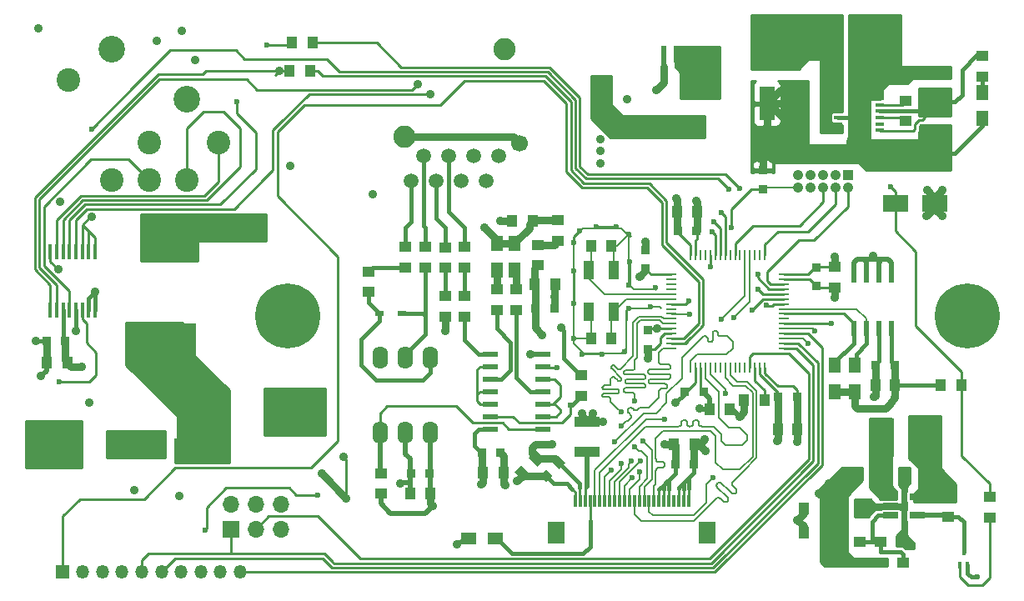
<source format=gbr>
G04 #@! TF.GenerationSoftware,KiCad,Pcbnew,5.1.4+dfsg1-1*
G04 #@! TF.CreationDate,2021-01-01T15:39:33+01:00*
G04 #@! TF.ProjectId,MIDI_FOOTSWITCH,4d494449-5f46-44f4-9f54-535749544348,rev?*
G04 #@! TF.SameCoordinates,PX4c4b400PY1312d00*
G04 #@! TF.FileFunction,Copper,L1,Top*
G04 #@! TF.FilePolarity,Positive*
%FSLAX46Y46*%
G04 Gerber Fmt 4.6, Leading zero omitted, Abs format (unit mm)*
G04 Created by KiCad (PCBNEW 5.1.4+dfsg1-1) date 2021-01-01 15:39:33*
%MOMM*%
%LPD*%
G04 APERTURE LIST*
%ADD10C,2.700000*%
%ADD11C,2.400000*%
%ADD12R,0.250000X1.000000*%
%ADD13R,1.000000X0.250000*%
%ADD14R,1.800000X2.200000*%
%ADD15R,0.300000X1.300000*%
%ADD16R,1.300000X1.000000*%
%ADD17C,1.500000*%
%ADD18C,2.250000*%
%ADD19C,1.700000*%
%ADD20R,1.100000X1.900000*%
%ADD21R,1.000000X1.250000*%
%ADD22R,1.050000X1.050000*%
%ADD23C,1.050000*%
%ADD24R,1.000000X1.300000*%
%ADD25R,0.900000X0.600000*%
%ADD26R,1.500000X0.600000*%
%ADD27R,0.800000X1.000000*%
%ADD28R,2.200000X3.900000*%
%ADD29R,1.300000X1.500000*%
%ADD30R,1.560000X0.650000*%
%ADD31R,0.600000X1.550000*%
%ADD32O,1.574800X2.286000*%
%ADD33R,1.500000X1.300000*%
%ADD34C,6.600000*%
%ADD35R,2.500000X1.000000*%
%ADD36R,1.000000X1.600000*%
%ADD37R,0.900000X0.900000*%
%ADD38R,1.600000X3.500000*%
%ADD39R,1.250000X1.000000*%
%ADD40R,0.550000X1.750000*%
%ADD41R,0.825000X0.712500*%
%ADD42R,0.890000X0.420000*%
%ADD43R,4.000000X2.500000*%
%ADD44R,5.500000X3.800000*%
%ADD45R,0.450000X1.500000*%
%ADD46C,1.000000*%
%ADD47C,0.150000*%
%ADD48C,0.900000*%
%ADD49R,2.500000X1.800000*%
%ADD50R,0.400000X0.800000*%
%ADD51O,1.350000X1.350000*%
%ADD52R,1.350000X1.350000*%
%ADD53O,1.700000X1.700000*%
%ADD54R,1.700000X1.700000*%
%ADD55C,0.889000*%
%ADD56C,0.600000*%
%ADD57C,1.200000*%
%ADD58C,0.508000*%
%ADD59C,0.254000*%
%ADD60C,0.762000*%
%ADD61C,0.400000*%
%ADD62C,0.200000*%
%ADD63C,0.512000*%
G04 APERTURE END LIST*
D10*
X9190000Y-3860000D03*
D11*
X13000000Y-17200000D03*
X4750000Y-7030000D03*
X13000000Y-13385000D03*
X9190000Y-17200000D03*
X16810000Y-17200000D03*
X19980000Y-13385000D03*
D10*
X16810000Y-8940000D03*
D12*
X67966740Y-24807900D03*
X68466740Y-24807900D03*
X68966740Y-24807900D03*
X69466740Y-24807900D03*
X69966740Y-24807900D03*
X70466740Y-24807900D03*
X70966740Y-24807900D03*
X71466740Y-24807900D03*
X71966740Y-24807900D03*
X72466740Y-24807900D03*
X72966740Y-24807900D03*
X73466740Y-24807900D03*
X73966740Y-24807900D03*
X74466740Y-24807900D03*
X74966740Y-24807900D03*
X75466740Y-24807900D03*
D13*
X77416740Y-26757900D03*
X77416740Y-27257900D03*
X77416740Y-27757900D03*
X77416740Y-28257900D03*
X77416740Y-28757900D03*
X77416740Y-29257900D03*
X77416740Y-29757900D03*
X77416740Y-30257900D03*
X77416740Y-30757900D03*
X77416740Y-31257900D03*
X77416740Y-31757900D03*
X77416740Y-32257900D03*
X77416740Y-32757900D03*
X77416740Y-33257900D03*
X77416740Y-33757900D03*
X77416740Y-34257900D03*
D12*
X75466740Y-36207900D03*
X74966740Y-36207900D03*
X74466740Y-36207900D03*
X73966740Y-36207900D03*
X73466740Y-36207900D03*
X72966740Y-36207900D03*
X72466740Y-36207900D03*
X71966740Y-36207900D03*
X71466740Y-36207900D03*
X70966740Y-36207900D03*
X70466740Y-36207900D03*
X69966740Y-36207900D03*
X69466740Y-36207900D03*
X68966740Y-36207900D03*
X68466740Y-36207900D03*
X67966740Y-36207900D03*
D13*
X66016740Y-34257900D03*
X66016740Y-33757900D03*
X66016740Y-33257900D03*
X66016740Y-32757900D03*
X66016740Y-32257900D03*
X66016740Y-31757900D03*
X66016740Y-31257900D03*
X66016740Y-30757900D03*
X66016740Y-30257900D03*
X66016740Y-29757900D03*
X66016740Y-29257900D03*
X66016740Y-28757900D03*
X66016740Y-28257900D03*
X66016740Y-27757900D03*
X66016740Y-27257900D03*
X66016740Y-26757900D03*
D14*
X69636000Y-53028000D03*
X54336000Y-53028000D03*
D15*
X56236000Y-49778000D03*
X56736000Y-49778000D03*
X57236000Y-49778000D03*
X57736000Y-49778000D03*
X58236000Y-49778000D03*
X58736000Y-49778000D03*
X59236000Y-49778000D03*
X59736000Y-49778000D03*
X60236000Y-49778000D03*
X60736000Y-49778000D03*
X61236000Y-49778000D03*
X61736000Y-49778000D03*
X62236000Y-49778000D03*
X62736000Y-49778000D03*
X63236000Y-49778000D03*
X63736000Y-49778000D03*
X64236000Y-49778000D03*
X64736000Y-49778000D03*
X65236000Y-49778000D03*
X65736000Y-49778000D03*
X66236000Y-49778000D03*
X66736000Y-49778000D03*
X67236000Y-49778000D03*
X67736000Y-49778000D03*
D16*
X91750000Y-12200000D03*
X91750000Y-10100000D03*
D17*
X48440000Y-14700000D03*
X47170000Y-17240000D03*
X45900000Y-14700000D03*
X44630000Y-17240000D03*
X43360000Y-14700000D03*
X42090000Y-17240000D03*
X40820000Y-14700000D03*
X39550000Y-17240000D03*
D18*
X49080000Y-3900000D03*
X38920000Y-12790000D03*
D19*
X50595000Y-13430400D03*
D16*
X35250000Y-26450000D03*
X35250000Y-28550000D03*
D20*
X57608536Y-30566222D03*
X60148536Y-26299022D03*
X57608536Y-26299022D03*
X60148536Y-30566222D03*
D21*
X57878536Y-33258622D03*
X59878536Y-33258622D03*
X59878535Y-23860622D03*
X57878535Y-23860622D03*
D22*
X83941760Y-16677600D03*
D23*
X82671760Y-16677600D03*
X81401760Y-16677600D03*
X80131760Y-16677600D03*
X78861760Y-16677600D03*
X82671760Y-17947600D03*
X81401760Y-17947600D03*
X80131760Y-17947600D03*
X78861760Y-17947600D03*
X83941760Y-17947600D03*
D24*
X41550000Y-49000000D03*
X39450000Y-49000000D03*
X46850000Y-46900000D03*
X48950000Y-46900000D03*
D25*
X36357000Y-30750000D03*
X38643000Y-30750000D03*
D16*
X36500000Y-49050000D03*
X36500000Y-46950000D03*
X45000000Y-28950000D03*
X45000000Y-31050000D03*
X43000000Y-31050000D03*
X43000000Y-28950000D03*
D26*
X47581680Y-42458600D03*
X47581680Y-41188600D03*
X47581680Y-39918600D03*
X47581680Y-38648600D03*
X47581680Y-37378600D03*
X47581680Y-36108600D03*
X47581680Y-34838600D03*
X52981680Y-34838600D03*
X52981680Y-36108600D03*
X52981680Y-37378600D03*
X52981680Y-38648600D03*
X52981680Y-39918600D03*
X52981680Y-41188600D03*
X52981680Y-42458600D03*
D24*
X83150000Y-50300000D03*
X85250000Y-50300000D03*
D16*
X87200000Y-56050000D03*
X87200000Y-53950000D03*
D24*
X89550000Y-47100000D03*
X91650000Y-47100000D03*
D27*
X86750000Y-47100000D03*
X84850000Y-47100000D03*
D16*
X39000000Y-23950000D03*
X39000000Y-26050000D03*
X41000000Y-26050000D03*
X41000000Y-23950000D03*
X45000000Y-23950000D03*
X45000000Y-26050000D03*
X43000000Y-26100000D03*
X43000000Y-24000000D03*
D28*
X87500000Y-43300000D03*
X91300000Y-43300000D03*
D29*
X82600000Y-38650000D03*
X82600000Y-35950000D03*
X84600000Y-35950000D03*
X84600000Y-38650000D03*
D16*
X94100000Y-51350000D03*
X94100000Y-49250000D03*
X85100000Y-56050000D03*
X85100000Y-53950000D03*
X89500000Y-53950000D03*
X89500000Y-56050000D03*
D30*
X90950000Y-49350000D03*
X90950000Y-51250000D03*
X88250000Y-51250000D03*
X88250000Y-50300000D03*
X88250000Y-49350000D03*
D31*
X88330880Y-32209680D03*
X87060880Y-32209680D03*
X85790880Y-32209680D03*
X84520880Y-32209680D03*
X84520880Y-26809680D03*
X85790880Y-26809680D03*
X87060880Y-26809680D03*
X88330880Y-26809680D03*
D32*
X41540000Y-35190000D03*
X39000000Y-35190000D03*
X36460000Y-35190000D03*
X36460000Y-42810000D03*
X39000000Y-42810000D03*
X41540000Y-42810000D03*
D33*
X48150000Y-53550000D03*
X45450000Y-53550000D03*
D34*
X27000000Y-31000000D03*
X96000000Y-31000000D03*
D35*
X57414000Y-41746000D03*
X57414000Y-44746000D03*
D36*
X84800000Y-5200000D03*
X81800000Y-5200000D03*
X81800000Y-3000000D03*
X84800000Y-3000000D03*
D37*
X82500000Y-7200000D03*
X84400000Y-7200000D03*
D38*
X75700000Y-9400000D03*
X75700000Y-4000000D03*
D39*
X91750000Y-8400000D03*
X91750000Y-6400000D03*
D21*
X78800000Y-42500000D03*
X76800000Y-42500000D03*
X88700000Y-38000000D03*
X86700000Y-38000000D03*
D39*
X93700000Y-8400000D03*
X93700000Y-6400000D03*
D40*
X69005000Y-11800000D03*
X67735000Y-11800000D03*
X66465000Y-11800000D03*
X65195000Y-11800000D03*
X65195000Y-4400000D03*
X66465000Y-4400000D03*
X67735000Y-4400000D03*
X69005000Y-4400000D03*
D16*
X97600000Y-6650000D03*
X97600000Y-4550000D03*
D41*
X84637500Y-9431250D03*
X84637500Y-10143750D03*
X84637500Y-10856250D03*
X84637500Y-11568750D03*
X85462500Y-9431250D03*
X85462500Y-10143750D03*
X85462500Y-10856250D03*
X85462500Y-11568750D03*
D42*
X87155000Y-8875000D03*
X87155000Y-9525000D03*
X87155000Y-10175000D03*
X87155000Y-10825000D03*
X87155000Y-11475000D03*
X87155000Y-12125000D03*
X82945000Y-12125000D03*
X82945000Y-11475000D03*
X82945000Y-10825000D03*
X82945000Y-10175000D03*
X82945000Y-9525000D03*
X82945000Y-8875000D03*
D43*
X27000000Y-40750000D03*
X19000000Y-40750000D03*
X10750000Y-44000000D03*
X2750000Y-44000000D03*
D29*
X50100000Y-26350000D03*
X50100000Y-23650000D03*
X48250000Y-23650000D03*
X48250000Y-26350000D03*
D44*
X15000000Y-33600000D03*
X15000000Y-23200000D03*
D24*
X16050000Y-44000000D03*
X13950000Y-44000000D03*
D16*
X50250000Y-28300000D03*
X50250000Y-30400000D03*
X48250000Y-30400000D03*
X48250000Y-28300000D03*
X52400000Y-23750000D03*
X52400000Y-25850000D03*
D45*
X2925000Y-24450000D03*
X3575000Y-24450000D03*
X4225000Y-24450000D03*
X4875000Y-24450000D03*
X5525000Y-24450000D03*
X6175000Y-24450000D03*
X6825000Y-24450000D03*
X7475000Y-24450000D03*
X7475000Y-30350000D03*
X6825000Y-30350000D03*
X6175000Y-30350000D03*
X5525000Y-30350000D03*
X4875000Y-30350000D03*
X4225000Y-30350000D03*
X3575000Y-30350000D03*
X2925000Y-30350000D03*
D37*
X39550000Y-47000000D03*
X41450000Y-47000000D03*
X69250000Y-38700000D03*
X67350000Y-38700000D03*
D16*
X82600000Y-25975000D03*
X82600000Y-28075000D03*
D24*
X68650000Y-20400000D03*
X66550000Y-20400000D03*
D37*
X88650000Y-35950000D03*
X86750000Y-35950000D03*
X48650000Y-44900000D03*
X46750000Y-44900000D03*
D24*
X66270000Y-44008000D03*
X68370000Y-44008000D03*
D37*
X68270000Y-46040000D03*
X66370000Y-46040000D03*
D46*
X52342462Y-45457538D03*
D47*
G36*
X52236396Y-44644365D02*
G01*
X53155635Y-45563604D01*
X52448528Y-46270711D01*
X51529289Y-45351472D01*
X52236396Y-44644365D01*
X52236396Y-44644365D01*
G37*
D46*
X50857538Y-46942462D03*
D47*
G36*
X50751472Y-46129289D02*
G01*
X51670711Y-47048528D01*
X50963604Y-47755635D01*
X50044365Y-46836396D01*
X50751472Y-46129289D01*
X50751472Y-46129289D01*
G37*
D48*
X53253249Y-47221751D03*
D47*
G36*
X53253249Y-46585355D02*
G01*
X53889645Y-47221751D01*
X53253249Y-47858147D01*
X52616853Y-47221751D01*
X53253249Y-46585355D01*
X53253249Y-46585355D01*
G37*
D48*
X54596751Y-45878249D03*
D47*
G36*
X54596751Y-45241853D02*
G01*
X55233147Y-45878249D01*
X54596751Y-46514645D01*
X53960355Y-45878249D01*
X54596751Y-45241853D01*
X54596751Y-45241853D01*
G37*
D16*
X89750000Y-11200000D03*
X89750000Y-9100000D03*
D37*
X93700000Y-12100000D03*
X93700000Y-10200000D03*
X76850000Y-39200000D03*
X78750000Y-39200000D03*
X63600000Y-34350000D03*
X63600000Y-32450000D03*
X66650000Y-22300000D03*
X68550000Y-22300000D03*
X54100000Y-30200000D03*
X52200000Y-30200000D03*
X80700000Y-27950000D03*
X80700000Y-26050000D03*
X75265120Y-16169560D03*
X75265120Y-18069560D03*
D24*
X54200000Y-27800000D03*
X52100000Y-27800000D03*
D37*
X63400000Y-24250000D03*
X63400000Y-26150000D03*
D24*
X71950000Y-40500000D03*
X69850000Y-40500000D03*
X75450000Y-39500000D03*
X73350000Y-39500000D03*
D29*
X97600000Y-8250000D03*
X97600000Y-10950000D03*
D24*
X81550000Y-50500000D03*
X79450000Y-50500000D03*
X79450000Y-53000000D03*
X81550000Y-53000000D03*
D37*
X2550000Y-33500000D03*
X4450000Y-33500000D03*
D24*
X4650000Y-35700000D03*
X2550000Y-35700000D03*
D16*
X54500000Y-21250000D03*
X54500000Y-23350000D03*
D24*
X51900000Y-21300000D03*
X49800000Y-21300000D03*
X27450000Y-3200000D03*
X29550000Y-3200000D03*
X29350000Y-6100000D03*
X27250000Y-6100000D03*
D49*
X88725000Y-19525000D03*
X92725000Y-19525000D03*
D50*
X96075000Y-56300000D03*
X95275000Y-56300000D03*
X95675000Y-54900000D03*
D16*
X56880000Y-39070000D03*
X56880000Y-36970000D03*
D24*
X95450000Y-38000000D03*
X93350000Y-38000000D03*
D16*
X98300000Y-51425000D03*
X98300000Y-49325000D03*
D51*
X22219999Y-57000000D03*
X20219999Y-57000000D03*
X18219999Y-57000000D03*
X16219999Y-57000000D03*
X14219999Y-57000000D03*
X12219999Y-57000000D03*
X10219999Y-57000000D03*
X8219999Y-57000000D03*
X6219999Y-57000000D03*
D52*
X4219999Y-57000000D03*
D53*
X26355000Y-50085000D03*
X26355000Y-52625000D03*
X23815000Y-50085000D03*
X23815000Y-52625000D03*
X21275000Y-50085000D03*
D54*
X21275000Y-52625000D03*
D55*
X64557900Y-32257900D03*
X16000000Y-49250000D03*
X1500000Y-42250000D03*
X4250000Y-42250000D03*
X5250000Y-44000000D03*
X1500000Y-45750000D03*
X4250000Y-45750000D03*
X25250000Y-39000000D03*
X28750000Y-39000000D03*
X29500000Y-40750000D03*
X25500000Y-42500000D03*
X28500000Y-42500000D03*
X58750000Y-13000000D03*
X58750000Y-14250000D03*
X58750000Y-15500000D03*
X61500000Y-9000000D03*
X38500000Y-48000000D03*
X66450000Y-39800000D03*
X51700000Y-34850000D03*
X54150000Y-29000000D03*
X63400000Y-23400000D03*
D56*
X60366255Y-21937622D03*
X58366255Y-21937621D03*
X61766255Y-25437622D03*
X61666255Y-27837622D03*
X56966255Y-34837622D03*
X58966255Y-34837622D03*
X61266255Y-34637622D03*
X56066255Y-33237621D03*
X61672535Y-30210622D03*
X63866256Y-30037622D03*
X56084536Y-29737622D03*
X56066255Y-26437621D03*
X56084535Y-23537622D03*
X56666255Y-22337621D03*
X61666255Y-22637622D03*
D55*
X68500000Y-19250000D03*
D56*
X70000000Y-26000000D03*
X85462500Y-9500000D03*
X84637500Y-11568750D03*
X84637500Y-9500000D03*
D57*
X85050000Y-10500000D03*
D56*
X85462500Y-11568750D03*
D55*
X90000000Y-6500000D03*
D56*
X92700000Y-6400000D03*
X92700000Y-12200000D03*
D55*
X93600000Y-13400000D03*
X91800000Y-13400000D03*
X84300000Y-13000000D03*
X86000000Y-13500000D03*
X88900000Y-13500000D03*
X93600000Y-15700000D03*
X86200000Y-15700000D03*
X85500000Y-7200000D03*
X85900000Y-4000000D03*
X72900000Y-41200000D03*
X11500000Y-48700000D03*
X49100000Y-48200000D03*
X35700000Y-18600000D03*
X76700000Y-43700000D03*
X82600000Y-29100000D03*
X86500000Y-24900000D03*
X86600000Y-39200000D03*
X7500000Y-28500000D03*
D56*
X87200000Y-50400000D03*
X86100000Y-50000000D03*
X86100000Y-50800000D03*
X89550000Y-48150000D03*
X89550000Y-47100000D03*
X88250000Y-50300000D03*
D55*
X78800000Y-51700000D03*
X77500000Y-8000000D03*
X77500000Y-9500000D03*
X77500000Y-11000000D03*
X75500000Y-12000000D03*
X75000000Y-15000000D03*
X1500000Y-33500000D03*
X6900000Y-39800000D03*
X48600000Y-21300000D03*
D56*
X64400000Y-28100000D03*
D55*
X2000000Y-37100000D03*
X3900000Y-19400000D03*
X27300000Y-15700000D03*
X16250000Y-2000000D03*
X13750000Y-3000000D03*
X17675000Y-5000000D03*
X1750000Y-1750000D03*
D56*
X97100000Y-57500000D03*
D55*
X91950000Y-18225000D03*
X93475000Y-18200000D03*
X93475000Y-20850000D03*
X91925000Y-20850000D03*
X69350000Y-43525000D03*
X69450000Y-44700000D03*
X50300000Y-47775000D03*
X56910000Y-40860000D03*
X58060000Y-40870000D03*
X59080000Y-41760000D03*
X44250000Y-54170000D03*
D56*
X55750000Y-40000000D03*
X74190000Y-30380000D03*
X75600000Y-29884900D03*
X54400000Y-36200000D03*
X67750000Y-29410622D03*
X72093740Y-22000000D03*
D55*
X68883781Y-40365199D03*
X66500000Y-19000000D03*
X91750000Y-9250000D03*
X93750000Y-9250000D03*
X41750000Y-50250000D03*
X46700000Y-48100000D03*
X78800000Y-43800000D03*
X82600000Y-25000000D03*
X88700000Y-39300000D03*
X43000000Y-32500000D03*
X47000000Y-22000000D03*
X62750000Y-27000000D03*
X65325000Y-44050000D03*
X54800000Y-32190000D03*
D56*
X70100000Y-22400000D03*
X30100000Y-49150000D03*
X18650000Y-52750000D03*
X70300000Y-21400000D03*
X71100000Y-20500000D03*
D55*
X82000000Y-48000000D03*
X81000000Y-49000000D03*
X53875000Y-44025000D03*
X59000000Y-7500000D03*
X59000000Y-8750000D03*
X59000000Y-10000000D03*
X40250000Y-7400000D03*
X41550000Y-8450000D03*
D56*
X70210000Y-47430000D03*
X67810000Y-30770000D03*
X63075000Y-43663235D03*
X62250000Y-39575000D03*
X62250000Y-44300000D03*
X60890000Y-40740000D03*
X79900000Y-33800000D03*
X62775000Y-46825000D03*
X62021464Y-47421464D03*
X80560000Y-32480000D03*
X72350000Y-31175000D03*
X62850000Y-45750000D03*
X71050000Y-31350000D03*
X61925000Y-45725000D03*
X60925000Y-45950000D03*
X60925000Y-42125000D03*
X59925000Y-46650000D03*
X60224999Y-43800001D03*
X71450000Y-38850000D03*
X65330000Y-41450000D03*
D55*
X75000000Y-1000000D03*
X76500000Y-1000000D03*
X74500000Y-2000000D03*
X74500000Y-3500000D03*
X16500000Y-45250000D03*
X17750000Y-45250000D03*
X19000000Y-45250000D03*
X20250000Y-45250000D03*
X93000000Y-42000000D03*
X93000000Y-45000000D03*
X93000000Y-43500000D03*
X64500000Y-8000000D03*
X63600000Y-35300000D03*
X52894499Y-32944499D03*
X33000000Y-49500000D03*
X32700000Y-45300000D03*
X30500000Y-47000000D03*
X6100000Y-36100000D03*
D56*
X74750000Y-28250000D03*
X71800000Y-18100000D03*
X7100000Y-12000000D03*
D55*
X7100000Y-20900000D03*
D56*
X74750000Y-26750000D03*
X72896034Y-18003966D03*
D55*
X67500000Y-8250000D03*
X68750000Y-8250000D03*
X70000000Y-8250000D03*
X20000000Y-21500000D03*
X21500000Y-21500000D03*
X23000000Y-21500000D03*
X24500000Y-21500000D03*
X3745533Y-26254467D03*
X5500000Y-32500000D03*
D56*
X24900000Y-3500000D03*
X21875000Y-9175000D03*
D55*
X26200000Y-6100000D03*
D56*
X3800000Y-37700000D03*
X88250000Y-17875000D03*
X82280000Y-31700000D03*
D58*
X64415800Y-32400000D02*
X64557900Y-32257900D01*
D59*
X66016740Y-32257900D02*
X64557900Y-32257900D01*
D60*
X2750000Y-44000000D02*
X2750000Y-43500000D01*
X2750000Y-43500000D02*
X1500000Y-42250000D01*
X2750000Y-44000000D02*
X2750000Y-43750000D01*
X2750000Y-43750000D02*
X4250000Y-42250000D01*
X2750000Y-44000000D02*
X5250000Y-44000000D01*
X2750000Y-44000000D02*
X2750000Y-44500000D01*
X2750000Y-44500000D02*
X1500000Y-45750000D01*
X2750000Y-44000000D02*
X2750000Y-44250000D01*
X2750000Y-44250000D02*
X4250000Y-45750000D01*
X27000000Y-40750000D02*
X25250000Y-39000000D01*
X27000000Y-40750000D02*
X28750000Y-39000000D01*
X27000000Y-40750000D02*
X29500000Y-40750000D01*
X27000000Y-40750000D02*
X27000000Y-41000000D01*
X27000000Y-41000000D02*
X25500000Y-42500000D01*
X27000000Y-41000000D02*
X28500000Y-42500000D01*
D58*
X39000000Y-42810000D02*
X39000000Y-45000000D01*
X39450000Y-45450000D02*
X39450000Y-47000000D01*
X39000000Y-45000000D02*
X39450000Y-45450000D01*
X39450000Y-47950000D02*
X38550000Y-47950000D01*
X38550000Y-47950000D02*
X38500000Y-48000000D01*
X39450000Y-47950000D02*
X39450000Y-49000000D01*
X39450000Y-47000000D02*
X39450000Y-47950000D01*
D61*
X67400000Y-38800000D02*
X67400000Y-38850000D01*
X67400000Y-38850000D02*
X66450000Y-39800000D01*
D58*
X52981680Y-34838600D02*
X51711400Y-34838600D01*
X51711400Y-34838600D02*
X51700000Y-34850000D01*
D60*
X54150000Y-27800000D02*
X54150000Y-29000000D01*
X54150000Y-29000000D02*
X54150000Y-30200000D01*
D61*
X87155000Y-8875000D02*
X85125000Y-8875000D01*
X84606250Y-10825000D02*
X84637500Y-10856250D01*
X82945000Y-10825000D02*
X84606250Y-10825000D01*
D60*
X63400000Y-24200000D02*
X63400000Y-23400000D01*
D62*
X57878535Y-33258622D02*
X56087256Y-33258622D01*
X56087256Y-33258622D02*
X56066255Y-33237621D01*
X59878535Y-23860622D02*
X60443255Y-23860622D01*
X60443255Y-23860622D02*
X61666255Y-22637622D01*
X60366255Y-21937622D02*
X58366255Y-21937621D01*
X61866256Y-27603901D02*
X61672535Y-27797622D01*
X61866255Y-25537622D02*
X61866256Y-27603901D01*
X61766255Y-25437622D02*
X61866255Y-25537622D01*
X61666255Y-27837622D02*
X61689396Y-27814482D01*
X61689396Y-27814482D02*
X61672535Y-27797622D01*
X61672535Y-30210622D02*
X61418535Y-30464622D01*
X61418535Y-30464622D02*
X61418535Y-34485342D01*
X58966255Y-34837622D02*
X56966255Y-34837622D01*
X61418535Y-34485342D02*
X61266255Y-34637622D01*
X56066255Y-33237621D02*
X56084536Y-33237621D01*
X56084536Y-33237621D02*
X56066255Y-33237621D01*
X56066255Y-33237621D02*
X56084536Y-33237621D01*
D59*
X61418535Y-31437622D02*
X61418535Y-30464622D01*
D62*
X61418535Y-31437622D02*
X61418535Y-34274622D01*
X61418535Y-34274622D02*
X60910536Y-34782622D01*
X60910536Y-34782622D02*
X57100536Y-34782622D01*
X57100536Y-34782622D02*
X56084536Y-33766622D01*
X56084536Y-33766622D02*
X56084536Y-33237621D01*
D59*
X56084536Y-26455902D02*
X56084536Y-29737622D01*
X56066255Y-26437621D02*
X56084536Y-26455902D01*
X56084535Y-22919342D02*
X56084535Y-23537622D01*
X56666255Y-22337621D02*
X56084535Y-22919342D01*
X61866255Y-22837622D02*
X61666255Y-22637622D01*
D62*
X60148536Y-26299021D02*
X60148536Y-24130622D01*
X60148536Y-24130622D02*
X59878535Y-23860622D01*
X57878535Y-33258622D02*
X57878535Y-30836222D01*
X57878535Y-30836222D02*
X57608535Y-30566222D01*
X63812535Y-30210622D02*
X61672535Y-30210622D01*
X62180536Y-28305622D02*
X64366256Y-28305621D01*
X64366256Y-28305621D02*
X64466536Y-28305622D01*
X61672535Y-27797622D02*
X62180536Y-28305622D01*
X61672535Y-22844622D02*
X61672535Y-27797622D01*
X60910535Y-22082621D02*
X61672535Y-22844622D01*
X56973536Y-22082621D02*
X60910535Y-22082621D01*
X56084536Y-22971622D02*
X56973536Y-22082621D01*
X56084536Y-33237621D02*
X56084536Y-22971622D01*
X61672535Y-30210622D02*
X61418535Y-30464622D01*
X63866256Y-30037622D02*
X64787622Y-30037622D01*
X64787622Y-30037622D02*
X65000000Y-30250000D01*
D60*
X68600000Y-20400000D02*
X68600000Y-22300000D01*
X68600000Y-20400000D02*
X68600000Y-19350000D01*
X68600000Y-19350000D02*
X68500000Y-19250000D01*
D59*
X68466740Y-24053900D02*
X68466740Y-24807900D01*
X68600000Y-23179000D02*
X68466740Y-23312260D01*
X68466740Y-23312260D02*
X68466740Y-24053900D01*
X68600000Y-22300000D02*
X68600000Y-23179000D01*
X69966740Y-24807900D02*
X69966740Y-25966740D01*
X69966740Y-25966740D02*
X70000000Y-26000000D01*
D61*
X97600000Y-11700000D02*
X94800000Y-14500000D01*
X97600000Y-10700000D02*
X97600000Y-11700000D01*
X94800000Y-14500000D02*
X93750000Y-14500000D01*
X93550000Y-14300000D02*
X93750000Y-14500000D01*
X93550000Y-12150000D02*
X93550000Y-14300000D01*
D62*
X87155000Y-8875000D02*
X86018750Y-8875000D01*
X86018750Y-8875000D02*
X85462500Y-9431250D01*
X84637500Y-11012500D02*
X84637500Y-11568750D01*
X84450000Y-10825000D02*
X84637500Y-11012500D01*
X82945000Y-10825000D02*
X84450000Y-10825000D01*
X84637500Y-9987500D02*
X84637500Y-9431250D01*
X84637500Y-10700000D02*
X84637500Y-9987500D01*
X84637500Y-10700000D02*
X84637500Y-10143750D01*
X84512500Y-10825000D02*
X84637500Y-10700000D01*
X82945000Y-10825000D02*
X84512500Y-10825000D01*
X82945000Y-10825000D02*
X85431250Y-10825000D01*
X85431250Y-10825000D02*
X85462500Y-10856250D01*
X84637500Y-11568750D02*
X85462500Y-11568750D01*
X91750000Y-6400000D02*
X90100000Y-6400000D01*
X90100000Y-6400000D02*
X90000000Y-6500000D01*
X93550000Y-6400000D02*
X92700000Y-6400000D01*
X93700000Y-12150000D02*
X92850000Y-12150000D01*
X92850000Y-12150000D02*
X92800000Y-12200000D01*
X93700000Y-12150000D02*
X93700000Y-14150000D01*
X93700000Y-14150000D02*
X93550000Y-14300000D01*
X91750000Y-12150000D02*
X91750000Y-13350000D01*
X91750000Y-13350000D02*
X91800000Y-13400000D01*
X85462500Y-11568750D02*
X85462500Y-11837500D01*
X85462500Y-11837500D02*
X84300000Y-13000000D01*
X85462500Y-11568750D02*
X85462500Y-12962500D01*
X85462500Y-12962500D02*
X86000000Y-13500000D01*
X86000000Y-13500000D02*
X88900000Y-13500000D01*
X91800000Y-13400000D02*
X93600000Y-15200000D01*
X93600000Y-15200000D02*
X93600000Y-15700000D01*
X93600000Y-15700000D02*
X86200000Y-15700000D01*
X84400000Y-7200000D02*
X85500000Y-7200000D01*
X84800000Y-3000000D02*
X84900000Y-3000000D01*
X84900000Y-3000000D02*
X85900000Y-4000000D01*
D61*
X87060880Y-35589120D02*
X86700000Y-35950000D01*
X87060880Y-32209680D02*
X87060880Y-35589120D01*
X89430000Y-50300000D02*
X88250000Y-50300000D01*
X89600000Y-50470000D02*
X89430000Y-50300000D01*
X89500000Y-53050000D02*
X89600000Y-52950000D01*
X89600000Y-52950000D02*
X89600000Y-50470000D01*
X89500000Y-53950000D02*
X89500000Y-53050000D01*
X89550000Y-50180000D02*
X89430000Y-50300000D01*
D59*
X67450000Y-38750000D02*
X67450000Y-38800000D01*
X68466740Y-36207900D02*
X68466740Y-37733260D01*
X68466740Y-37733260D02*
X67450000Y-38750000D01*
D58*
X72200000Y-40500000D02*
X72900000Y-41200000D01*
X71900000Y-40500000D02*
X72200000Y-40500000D01*
D60*
X73350000Y-40750000D02*
X72900000Y-41200000D01*
X73350000Y-39500000D02*
X73350000Y-40750000D01*
D59*
X76850000Y-38804762D02*
X76850000Y-39200000D01*
X74966740Y-36921502D02*
X76850000Y-38804762D01*
X74966740Y-36207900D02*
X74966740Y-36921502D01*
D60*
X48950000Y-45200000D02*
X48650000Y-44900000D01*
X48950000Y-46900000D02*
X48950000Y-45200000D01*
X48950000Y-46900000D02*
X48950000Y-48050000D01*
X48950000Y-48050000D02*
X49100000Y-48200000D01*
X76850000Y-42450000D02*
X76800000Y-42500000D01*
X76850000Y-39200000D02*
X76850000Y-42450000D01*
X76800000Y-42500000D02*
X76800000Y-43600000D01*
X76800000Y-43600000D02*
X76700000Y-43700000D01*
D59*
X80825000Y-28075000D02*
X80700000Y-27950000D01*
X82600000Y-28075000D02*
X80825000Y-28075000D01*
X80700000Y-27950000D02*
X80700000Y-27900000D01*
X80057900Y-27257900D02*
X77416740Y-27257900D01*
X80700000Y-27900000D02*
X80057900Y-27257900D01*
D60*
X82600000Y-28075000D02*
X82600000Y-29100000D01*
D58*
X88330880Y-25526680D02*
X88330880Y-26809680D01*
X84520880Y-25526680D02*
X84847560Y-25200000D01*
X88004200Y-25200000D02*
X88330880Y-25526680D01*
X84520880Y-26809680D02*
X84520880Y-25526680D01*
X87200000Y-25387560D02*
X87200000Y-25200000D01*
X87060880Y-26809680D02*
X87060880Y-25526680D01*
X87060880Y-25526680D02*
X87200000Y-25387560D01*
X87200000Y-25200000D02*
X88004200Y-25200000D01*
X85600000Y-25335800D02*
X85600000Y-25200000D01*
X85790880Y-25526680D02*
X85600000Y-25335800D01*
X85790880Y-26809680D02*
X85790880Y-25526680D01*
X84847560Y-25200000D02*
X85600000Y-25200000D01*
X86500000Y-25200000D02*
X86500000Y-24900000D01*
X86500000Y-25200000D02*
X87200000Y-25200000D01*
X85600000Y-25200000D02*
X86500000Y-25200000D01*
D60*
X86750000Y-37950000D02*
X86700000Y-38000000D01*
X86750000Y-35950000D02*
X86750000Y-37950000D01*
X86700000Y-38000000D02*
X86700000Y-39100000D01*
X86700000Y-39100000D02*
X86600000Y-39200000D01*
D59*
X63792100Y-32257900D02*
X63600000Y-32450000D01*
X64557900Y-32257900D02*
X63792100Y-32257900D01*
D61*
X6825000Y-29175000D02*
X7500000Y-28500000D01*
X6825000Y-30350000D02*
X6825000Y-29175000D01*
X7475000Y-28525000D02*
X7500000Y-28500000D01*
X7475000Y-30350000D02*
X7475000Y-28525000D01*
D63*
X88250000Y-50300000D02*
X87300000Y-50300000D01*
X87300000Y-50300000D02*
X87200000Y-50400000D01*
X85250000Y-50300000D02*
X85800000Y-50300000D01*
X85800000Y-50300000D02*
X86100000Y-50000000D01*
X85250000Y-50300000D02*
X85600000Y-50300000D01*
X85600000Y-50300000D02*
X86100000Y-50800000D01*
X89550000Y-47100000D02*
X89550000Y-48150000D01*
D61*
X89550000Y-48150000D02*
X89550000Y-50180000D01*
D60*
X79450000Y-50500000D02*
X79450000Y-51050000D01*
X79450000Y-51050000D02*
X78800000Y-51700000D01*
X79450000Y-52350000D02*
X78800000Y-51700000D01*
X79450000Y-53000000D02*
X79450000Y-52350000D01*
X77100000Y-8000000D02*
X75700000Y-9400000D01*
X77500000Y-8000000D02*
X77100000Y-8000000D01*
X75700000Y-9400000D02*
X77400000Y-9400000D01*
X77400000Y-9400000D02*
X77500000Y-9500000D01*
X75700000Y-9400000D02*
X75900000Y-9400000D01*
X75900000Y-9400000D02*
X77500000Y-11000000D01*
X75700000Y-9400000D02*
X75700000Y-11800000D01*
X75700000Y-11800000D02*
X75500000Y-12000000D01*
X75265120Y-16169560D02*
X75265120Y-15265120D01*
X75265120Y-15265120D02*
X75000000Y-15000000D01*
D61*
X2550000Y-33500000D02*
X1500000Y-33500000D01*
D60*
X2550000Y-33500000D02*
X2550000Y-35700000D01*
X49800000Y-21300000D02*
X48600000Y-21300000D01*
D59*
X64366256Y-28305621D02*
X64366256Y-28237622D01*
X64366256Y-28237622D02*
X64466255Y-28137622D01*
D58*
X2550000Y-36550000D02*
X2000000Y-37100000D01*
X2550000Y-35700000D02*
X2550000Y-36550000D01*
D61*
X96075000Y-57100000D02*
X96475000Y-57500000D01*
X96075000Y-56300000D02*
X96075000Y-57100000D01*
X96475000Y-57500000D02*
X97100000Y-57500000D01*
D60*
X92725000Y-19525000D02*
X92725000Y-19000000D01*
X92725000Y-19000000D02*
X91950000Y-18225000D01*
X92725000Y-19525000D02*
X92725000Y-18950000D01*
X92725000Y-18950000D02*
X93475000Y-18200000D01*
X92725000Y-19525000D02*
X92725000Y-20100000D01*
X92725000Y-20100000D02*
X93475000Y-20850000D01*
X92725000Y-19525000D02*
X92725000Y-20050000D01*
X92725000Y-20050000D02*
X91925000Y-20850000D01*
D59*
X56236000Y-49778000D02*
X56236000Y-48874000D01*
X66736000Y-49778000D02*
X66736000Y-48489000D01*
X68270000Y-46955000D02*
X68270000Y-46040000D01*
X67236000Y-48061000D02*
X67200000Y-48025000D01*
X66736000Y-48489000D02*
X67200000Y-48025000D01*
X67200000Y-48025000D02*
X67725000Y-47500000D01*
X67725000Y-47500000D02*
X68270000Y-46955000D01*
D60*
X68270000Y-44108000D02*
X68370000Y-44008000D01*
X68270000Y-46040000D02*
X68270000Y-44108000D01*
D61*
X66736000Y-48424000D02*
X66736000Y-48489000D01*
X68270000Y-46040000D02*
X68270000Y-46890000D01*
X67736000Y-47511000D02*
X67725000Y-47500000D01*
X67736000Y-48486000D02*
X67736000Y-47511000D01*
D59*
X67736000Y-49778000D02*
X67736000Y-48486000D01*
D61*
X67236000Y-48086000D02*
X67155000Y-48005000D01*
X67236000Y-48611000D02*
X67236000Y-48086000D01*
D59*
X67236000Y-49778000D02*
X67236000Y-48611000D01*
X67236000Y-48611000D02*
X67236000Y-48061000D01*
D61*
X67155000Y-48005000D02*
X66736000Y-48424000D01*
X68270000Y-46890000D02*
X67155000Y-48005000D01*
D60*
X68370000Y-44008000D02*
X68867000Y-44008000D01*
X68867000Y-44008000D02*
X69350000Y-43525000D01*
X68370000Y-44008000D02*
X68758000Y-44008000D01*
X68758000Y-44008000D02*
X69450000Y-44700000D01*
D61*
X53253249Y-47221751D02*
X54031498Y-48000000D01*
X54031498Y-48000000D02*
X55362000Y-48000000D01*
X55943500Y-48581500D02*
X55362000Y-48000000D01*
D59*
X56236000Y-48874000D02*
X55943500Y-48581500D01*
D60*
X51136827Y-47221751D02*
X50857538Y-46942462D01*
X53253249Y-47221751D02*
X51136827Y-47221751D01*
X50857538Y-46942462D02*
X50857538Y-47217462D01*
X50857538Y-47217462D02*
X50300000Y-47775000D01*
D61*
X57414000Y-41746000D02*
X57414000Y-41364000D01*
X57414000Y-41364000D02*
X56910000Y-40860000D01*
X57414000Y-41746000D02*
X57414000Y-41516000D01*
X57414000Y-41516000D02*
X58060000Y-40870000D01*
X57414000Y-41746000D02*
X59066000Y-41746000D01*
X59066000Y-41746000D02*
X59080000Y-41760000D01*
X45450000Y-53550000D02*
X44870000Y-53550000D01*
X44870000Y-53550000D02*
X44250000Y-54170000D01*
D62*
X59878535Y-33258622D02*
X59878535Y-30836222D01*
X59878535Y-30836222D02*
X60148536Y-30566221D01*
X65958536Y-29262122D02*
X61452635Y-29262122D01*
X61452635Y-29262122D02*
X60148536Y-30566221D01*
X60386535Y-31217222D02*
X60593036Y-31010721D01*
X57878535Y-23860622D02*
X57878535Y-26029022D01*
X57878535Y-26029022D02*
X57608535Y-26299022D01*
X65958535Y-28762122D02*
X59208036Y-28762122D01*
X59208036Y-28762122D02*
X57608535Y-27162622D01*
X57608535Y-27162622D02*
X57608535Y-26299022D01*
D61*
X41540000Y-36733000D02*
X40750000Y-37523000D01*
X41540000Y-35190000D02*
X41540000Y-36733000D01*
X40750000Y-37523000D02*
X36023000Y-37523000D01*
X36023000Y-37523000D02*
X34500000Y-36000000D01*
X36357000Y-31450000D02*
X36357000Y-30750000D01*
X34500000Y-33307000D02*
X36357000Y-31450000D01*
X34500000Y-36000000D02*
X34500000Y-33307000D01*
X35250000Y-29643000D02*
X36357000Y-30750000D01*
X35250000Y-28550000D02*
X35250000Y-29643000D01*
X39000000Y-34834400D02*
X39000000Y-35190000D01*
X41000000Y-32834400D02*
X39000000Y-34834400D01*
X38643000Y-30750000D02*
X40750000Y-30750000D01*
X41000000Y-26050000D02*
X41000000Y-31000000D01*
X40750000Y-30750000D02*
X41000000Y-31000000D01*
X41000000Y-31000000D02*
X41000000Y-32834400D01*
D59*
X47581680Y-41188600D02*
X49938600Y-41188600D01*
X50565601Y-41815601D02*
X54934399Y-41815601D01*
X49938600Y-41188600D02*
X50565601Y-41815601D01*
X54934399Y-41815601D02*
X55750000Y-41000000D01*
X55750000Y-41000000D02*
X55750000Y-40000000D01*
X74972999Y-29597001D02*
X74190000Y-30380000D01*
X74972999Y-29583939D02*
X74972999Y-29597001D01*
X77416740Y-29257900D02*
X75299038Y-29257900D01*
X75299038Y-29257900D02*
X74972999Y-29583939D01*
D61*
X55950000Y-40000000D02*
X56880000Y-39070000D01*
X55750000Y-40000000D02*
X55950000Y-40000000D01*
D59*
X77416740Y-29757900D02*
X76392100Y-29757900D01*
X76392100Y-29757900D02*
X76200000Y-29950000D01*
X76200000Y-29950000D02*
X75665100Y-29950000D01*
X75665100Y-29950000D02*
X75600000Y-29884900D01*
X53073080Y-36200000D02*
X52981680Y-36108600D01*
X54400000Y-36200000D02*
X53073080Y-36200000D01*
D62*
X75437080Y-17947600D02*
X75265120Y-18119560D01*
X78861760Y-17947600D02*
X75437080Y-17947600D01*
D59*
X66016740Y-29757900D02*
X67402722Y-29757900D01*
X67402722Y-29757900D02*
X67750000Y-29410622D01*
X75265120Y-18119560D02*
X74130440Y-18119560D01*
X74130440Y-18119560D02*
X72093740Y-20156260D01*
X72093740Y-20156260D02*
X72093740Y-22000000D01*
X82671760Y-17947600D02*
X82671760Y-19628240D01*
X82671760Y-19628240D02*
X79900000Y-22400000D01*
X79900000Y-22400000D02*
X76800000Y-22400000D01*
X75466740Y-23733260D02*
X75466740Y-24807900D01*
X76800000Y-22400000D02*
X75466740Y-23733260D01*
X81401760Y-19398240D02*
X81401760Y-17947600D01*
X79000000Y-21800000D02*
X81401760Y-19398240D01*
X74300000Y-21800000D02*
X79000000Y-21800000D01*
X72466740Y-24807900D02*
X72466740Y-23633260D01*
X72466740Y-23633260D02*
X74300000Y-21800000D01*
X77416740Y-27757900D02*
X76057900Y-27757900D01*
X76057900Y-27757900D02*
X75700000Y-27400000D01*
X75700000Y-27400000D02*
X75700000Y-26500000D01*
X75700000Y-26500000D02*
X78900000Y-23300000D01*
X78900000Y-23300000D02*
X80500000Y-23300000D01*
X83941760Y-19858240D02*
X83941760Y-17947600D01*
X80500000Y-23300000D02*
X83941760Y-19858240D01*
D58*
X41540000Y-46990000D02*
X41550000Y-47000000D01*
X41540000Y-42810000D02*
X41540000Y-46990000D01*
X36500000Y-50058000D02*
X36500000Y-49050000D01*
X37442000Y-51000000D02*
X36500000Y-50058000D01*
X41750000Y-50250000D02*
X41000000Y-51000000D01*
X41000000Y-51000000D02*
X37442000Y-51000000D01*
X41550000Y-47000000D02*
X41550000Y-49000000D01*
X69400000Y-38800000D02*
X69400000Y-38950000D01*
X69900000Y-39367000D02*
X69900000Y-40500000D01*
X69483000Y-38950000D02*
X69900000Y-39367000D01*
X69400000Y-38950000D02*
X69483000Y-38950000D01*
X69900000Y-40500000D02*
X69018582Y-40500000D01*
X69018582Y-40500000D02*
X68883781Y-40365199D01*
D61*
X91725000Y-10175000D02*
X91750000Y-10150000D01*
X87155000Y-10175000D02*
X91725000Y-10175000D01*
D59*
X63957900Y-26757900D02*
X63400000Y-26200000D01*
X66016740Y-26757900D02*
X63957900Y-26757900D01*
D60*
X66600000Y-20400000D02*
X66600000Y-19100000D01*
X66600000Y-19100000D02*
X66500000Y-19000000D01*
X66600000Y-22300000D02*
X66600000Y-20400000D01*
D59*
X66600000Y-22425000D02*
X66600000Y-22300000D01*
X67966740Y-23791740D02*
X66600000Y-22425000D01*
X67966740Y-24807900D02*
X67966740Y-23791740D01*
D60*
X91750000Y-8400000D02*
X91750000Y-9250000D01*
D63*
X93550000Y-8400000D02*
X93550000Y-8800000D01*
X93550000Y-8800000D02*
X94000000Y-9250000D01*
D61*
X97450000Y-4550000D02*
X97400000Y-4500000D01*
X97600000Y-4550000D02*
X97450000Y-4550000D01*
X97400000Y-4500000D02*
X97000000Y-4500000D01*
X97000000Y-4500000D02*
X95500000Y-6000000D01*
X95500000Y-6000000D02*
X95500000Y-8500000D01*
X95500000Y-8500000D02*
X94750000Y-9250000D01*
X94750000Y-9250000D02*
X93750000Y-9250000D01*
D59*
X68966740Y-38416740D02*
X69350000Y-38800000D01*
X68966740Y-36207900D02*
X68966740Y-38416740D01*
X75500000Y-36616160D02*
X75500000Y-36812696D01*
X75466740Y-36207900D02*
X75466740Y-36582900D01*
X75466740Y-36582900D02*
X75500000Y-36616160D01*
X75500000Y-36812696D02*
X76787304Y-38100000D01*
X78750000Y-38496000D02*
X78750000Y-39200000D01*
X78354000Y-38100000D02*
X78750000Y-38496000D01*
X76787304Y-38100000D02*
X78354000Y-38100000D01*
D60*
X41550000Y-49000000D02*
X41550000Y-50050000D01*
X41550000Y-50050000D02*
X41750000Y-50250000D01*
D61*
X46431680Y-42458600D02*
X47581680Y-42458600D01*
X46000000Y-42890280D02*
X46431680Y-42458600D01*
X46750000Y-44900000D02*
X46700000Y-44900000D01*
X46000000Y-44200000D02*
X46000000Y-42890280D01*
X46700000Y-44900000D02*
X46000000Y-44200000D01*
D60*
X46750000Y-46800000D02*
X46850000Y-46900000D01*
X46750000Y-44900000D02*
X46750000Y-46800000D01*
X46850000Y-46900000D02*
X46850000Y-47950000D01*
X46850000Y-47950000D02*
X46700000Y-48100000D01*
X78750000Y-42450000D02*
X78800000Y-42500000D01*
X78750000Y-39200000D02*
X78750000Y-42450000D01*
X78800000Y-42500000D02*
X78800000Y-43800000D01*
D59*
X78442100Y-26757900D02*
X79242100Y-26757900D01*
X77416740Y-26757900D02*
X78442100Y-26757900D01*
X79842100Y-26757900D02*
X78442100Y-26757900D01*
X82600000Y-25975000D02*
X80625000Y-25975000D01*
X80625000Y-25975000D02*
X79842100Y-26757900D01*
D60*
X82600000Y-25975000D02*
X82600000Y-25000000D01*
X88650000Y-37950000D02*
X88700000Y-38000000D01*
X88700000Y-38000000D02*
X88700000Y-39300000D01*
X43000000Y-31050000D02*
X43000000Y-32500000D01*
X50100000Y-23650000D02*
X48250000Y-23650000D01*
X48250000Y-23650000D02*
X48250000Y-23250000D01*
X48250000Y-23250000D02*
X47000000Y-22000000D01*
D61*
X88330880Y-35630880D02*
X88650000Y-35950000D01*
X88330880Y-32209680D02*
X88330880Y-35630880D01*
D60*
X51950000Y-21250000D02*
X51900000Y-21300000D01*
X54500000Y-21250000D02*
X51950000Y-21250000D01*
X50100000Y-23550000D02*
X51550000Y-22100000D01*
X50100000Y-23650000D02*
X50100000Y-23550000D01*
X51550000Y-21650000D02*
X51900000Y-21300000D01*
X51550000Y-22100000D02*
X51550000Y-21650000D01*
D59*
X90500000Y-12200000D02*
X87230000Y-12200000D01*
X90727001Y-11972999D02*
X90500000Y-12200000D01*
X87230000Y-12200000D02*
X87155000Y-12125000D01*
X91504000Y-11100000D02*
X91100000Y-11100000D01*
X91750000Y-10100000D02*
X91750000Y-10854000D01*
X91100000Y-11100000D02*
X90727001Y-11472999D01*
X91750000Y-10854000D02*
X91504000Y-11100000D01*
X90727001Y-11472999D02*
X90727001Y-11972999D01*
D60*
X63400000Y-26350000D02*
X62750000Y-27000000D01*
X63400000Y-26150000D02*
X63400000Y-26350000D01*
X88700000Y-36000000D02*
X88650000Y-35950000D01*
X88700000Y-38000000D02*
X88700000Y-36000000D01*
X84600000Y-40162000D02*
X84600000Y-38650000D01*
X88255501Y-39744499D02*
X88255501Y-39855501D01*
X87711002Y-40400000D02*
X84838000Y-40400000D01*
X88700000Y-39300000D02*
X88255501Y-39744499D01*
X84838000Y-40400000D02*
X84600000Y-40162000D01*
X88255501Y-39855501D02*
X87711002Y-40400000D01*
X84600000Y-38650000D02*
X82600000Y-38650000D01*
D61*
X88700000Y-38000000D02*
X93350000Y-38000000D01*
D59*
X64736000Y-49778000D02*
X64736000Y-48624000D01*
X65736000Y-47624000D02*
X65796000Y-47564000D01*
X65796000Y-47564000D02*
X66370000Y-46990000D01*
X64736000Y-48624000D02*
X65161000Y-48199000D01*
X65236000Y-48274000D02*
X65161000Y-48199000D01*
X65161000Y-48199000D02*
X65796000Y-47564000D01*
D60*
X66370000Y-44108000D02*
X66270000Y-44008000D01*
X66370000Y-46040000D02*
X66370000Y-44108000D01*
D61*
X65736000Y-48614000D02*
X65736000Y-47624000D01*
D59*
X65736000Y-49778000D02*
X65736000Y-48614000D01*
D61*
X66370000Y-46040000D02*
X66370000Y-46805000D01*
D59*
X66370000Y-46990000D02*
X66370000Y-46805000D01*
D61*
X65236000Y-48386000D02*
X65105000Y-48255000D01*
X65236000Y-48614000D02*
X65236000Y-48386000D01*
D59*
X65236000Y-48614000D02*
X65236000Y-48274000D01*
D61*
X64736000Y-48624000D02*
X65105000Y-48255000D01*
D59*
X65236000Y-49778000D02*
X65236000Y-48614000D01*
D61*
X65105000Y-48255000D02*
X65580000Y-47780000D01*
X65580000Y-47780000D02*
X65736000Y-47624000D01*
X66370000Y-46990000D02*
X66130000Y-47230000D01*
X66370000Y-46040000D02*
X66370000Y-46990000D01*
X65736000Y-47624000D02*
X66130000Y-47230000D01*
X65236000Y-48124000D02*
X65580000Y-47780000D01*
X65236000Y-48614000D02*
X65236000Y-48124000D01*
D60*
X66270000Y-44008000D02*
X65367000Y-44008000D01*
X65367000Y-44008000D02*
X65325000Y-44050000D01*
D61*
X56730000Y-36970000D02*
X55070000Y-35310000D01*
X56880000Y-36970000D02*
X56730000Y-36970000D01*
X55070000Y-32460000D02*
X54800000Y-32190000D01*
X55070000Y-32840000D02*
X55070000Y-32460000D01*
X55070000Y-35310000D02*
X55070000Y-32840000D01*
X40820000Y-14700000D02*
X40820000Y-21820000D01*
X41000000Y-22000000D02*
X41000000Y-23950000D01*
X40820000Y-21820000D02*
X41000000Y-22000000D01*
D59*
X36460000Y-40840000D02*
X36460000Y-42810000D01*
X51977680Y-42458600D02*
X51969080Y-42450000D01*
X52981680Y-42458600D02*
X51977680Y-42458600D01*
X51969080Y-42450000D02*
X49500000Y-42450000D01*
X48881599Y-41831599D02*
X45831599Y-41831599D01*
X49500000Y-42450000D02*
X48881599Y-41831599D01*
X44150000Y-40150000D02*
X37150000Y-40150000D01*
X45831599Y-41831599D02*
X44150000Y-40150000D01*
X37150000Y-40150000D02*
X36460000Y-40840000D01*
D58*
X36460000Y-46910000D02*
X36500000Y-46950000D01*
X36460000Y-42810000D02*
X36460000Y-46910000D01*
D61*
X39550000Y-17240000D02*
X39550000Y-21450000D01*
X39000000Y-22000000D02*
X39000000Y-23950000D01*
X39550000Y-21450000D02*
X39000000Y-22000000D01*
X43360000Y-14700000D02*
X43360000Y-20360000D01*
X45000000Y-22000000D02*
X45000000Y-23950000D01*
X43360000Y-20360000D02*
X45000000Y-22000000D01*
X45000000Y-31950000D02*
X45000000Y-31050000D01*
X45000000Y-33406920D02*
X45000000Y-31950000D01*
X46431680Y-34838600D02*
X45000000Y-33406920D01*
X47581680Y-34838600D02*
X46431680Y-34838600D01*
X42090000Y-17240000D02*
X42090000Y-21090000D01*
X43000000Y-22000000D02*
X43000000Y-24000000D01*
X42090000Y-21090000D02*
X43000000Y-22000000D01*
D59*
X37025000Y-57000000D02*
X22219999Y-57000000D01*
X79857900Y-32757900D02*
X81300000Y-34200000D01*
X81300000Y-34200000D02*
X81300000Y-46126201D01*
X81300000Y-46126201D02*
X70426201Y-57000000D01*
X77416740Y-32757900D02*
X79857900Y-32757900D01*
X70426201Y-57000000D02*
X37025000Y-57000000D01*
X70466740Y-22766740D02*
X70100000Y-22400000D01*
X70466740Y-24807900D02*
X70466740Y-22766740D01*
X30100000Y-49150000D02*
X27900000Y-49150000D01*
X27900000Y-49150000D02*
X27200000Y-48450000D01*
X27200000Y-48450000D02*
X20800000Y-48450000D01*
X20800000Y-48450000D02*
X18800000Y-50450000D01*
X18800000Y-50450000D02*
X18800000Y-52600000D01*
X18800000Y-52600000D02*
X18650000Y-52750000D01*
X79937970Y-45562030D02*
X69862030Y-55637970D01*
X79937970Y-36837970D02*
X79937970Y-45562030D01*
X74300000Y-34800000D02*
X77900000Y-34800000D01*
X77900000Y-34800000D02*
X79937970Y-36837970D01*
X73966740Y-35133260D02*
X74300000Y-34800000D01*
X73966740Y-36207900D02*
X73966740Y-35133260D01*
X69862030Y-55637970D02*
X34437970Y-55637970D01*
X23815000Y-52625000D02*
X25115000Y-51325000D01*
X30125000Y-51325000D02*
X30787500Y-51987500D01*
X25115000Y-51325000D02*
X30125000Y-51325000D01*
X30400000Y-51600000D02*
X30787500Y-51987500D01*
X30787500Y-51987500D02*
X34437970Y-55637970D01*
X70050087Y-56091980D02*
X31734046Y-56091980D01*
X80391980Y-45750087D02*
X70050087Y-56091980D01*
X80391980Y-35934046D02*
X80391980Y-45750087D01*
X78715834Y-34257900D02*
X80391980Y-35934046D01*
X77416740Y-34257900D02*
X78715834Y-34257900D01*
X31734046Y-56091980D02*
X31621033Y-55978967D01*
X30785990Y-55145990D02*
X30788056Y-55145990D01*
X12219999Y-57000000D02*
X12219999Y-55805001D01*
X12879010Y-55145990D02*
X17354010Y-55145990D01*
X12219999Y-55805001D02*
X12879010Y-55145990D01*
X16234009Y-55145990D02*
X17354010Y-55145990D01*
X31458533Y-55816466D02*
X31458533Y-55816467D01*
X30788057Y-55145990D02*
X31458533Y-55816466D01*
X25920990Y-55145990D02*
X30788057Y-55145990D01*
X30788056Y-55145990D02*
X31458533Y-55816467D01*
X31458533Y-55816467D02*
X31621033Y-55978967D01*
X21275000Y-55075000D02*
X21275000Y-52625000D01*
X21345990Y-55145990D02*
X21275000Y-55075000D01*
X21345990Y-55145990D02*
X25920990Y-55145990D01*
X17354010Y-55145990D02*
X21345990Y-55145990D01*
X70966740Y-22066740D02*
X70966740Y-22633260D01*
X70300000Y-21400000D02*
X70966740Y-22066740D01*
X70966740Y-24807900D02*
X70966740Y-22633260D01*
X31545990Y-56545990D02*
X30600000Y-55600000D01*
X70238144Y-56545990D02*
X31545990Y-56545990D01*
X80845990Y-45938144D02*
X70238144Y-56545990D01*
X80845990Y-35745990D02*
X80845990Y-45938144D01*
X78857900Y-33757900D02*
X80845990Y-35745990D01*
X77416740Y-33757900D02*
X78857900Y-33757900D01*
X15619999Y-55600000D02*
X14219999Y-57000000D01*
X18900000Y-55600000D02*
X15619999Y-55600000D01*
X30600000Y-55600000D02*
X18900000Y-55600000D01*
X71466740Y-20866740D02*
X71100000Y-20500000D01*
X71466740Y-22966740D02*
X71466740Y-20866740D01*
X71466740Y-24807900D02*
X71466740Y-22966740D01*
X68773010Y-27465076D02*
X68773010Y-31754505D01*
X55345990Y-9388056D02*
X55345990Y-16345990D01*
X53040443Y-7082509D02*
X55345990Y-9388056D01*
X44967491Y-7082509D02*
X53040443Y-7082509D01*
X42500000Y-9550000D02*
X44967491Y-7082509D01*
X12450000Y-49600000D02*
X15650000Y-46400000D01*
X55345990Y-16345990D02*
X56946033Y-17946033D01*
X5950000Y-49600000D02*
X12450000Y-49600000D01*
X4219999Y-57000000D02*
X4219999Y-51330001D01*
X68773010Y-31754505D02*
X67269615Y-33257900D01*
X4219999Y-51330001D02*
X5950000Y-49600000D01*
X29400000Y-46400000D02*
X32150000Y-43650000D01*
X65045990Y-23738057D02*
X68773010Y-27465076D01*
X32150000Y-43650000D02*
X32150000Y-24950000D01*
X67269615Y-33257900D02*
X66016740Y-33257900D01*
X63553967Y-17946033D02*
X65045990Y-19438056D01*
X32150000Y-24950000D02*
X26004010Y-18804010D01*
X56946033Y-17946033D02*
X63553967Y-17946033D01*
X26004010Y-18804010D02*
X26004010Y-12288056D01*
X26004010Y-12288056D02*
X28742066Y-9550000D01*
X65045990Y-19438056D02*
X65045990Y-23738057D01*
X15650000Y-46400000D02*
X29400000Y-46400000D01*
X28742066Y-9550000D02*
X42500000Y-9550000D01*
D62*
X67373498Y-33757900D02*
X68000000Y-33131397D01*
X66016740Y-33757900D02*
X67373498Y-33757900D01*
X68000000Y-33131397D02*
X68065699Y-33065698D01*
D59*
X67411681Y-33757900D02*
X66016740Y-33757900D01*
X65500000Y-23550000D02*
X69227020Y-27277020D01*
X65500000Y-19250000D02*
X65500000Y-23550000D01*
X63742023Y-17492023D02*
X65500000Y-19250000D01*
X57134089Y-17492023D02*
X63742023Y-17492023D01*
X55800000Y-16157934D02*
X57134089Y-17492023D01*
X53228499Y-6628499D02*
X55800000Y-9200000D01*
X69227020Y-27277020D02*
X69227020Y-31942562D01*
X69227020Y-31942562D02*
X67411681Y-33757900D01*
X55800000Y-9200000D02*
X55800000Y-16157934D01*
X30104000Y-6100000D02*
X29350000Y-6100000D01*
X30632499Y-6628499D02*
X30104000Y-6100000D01*
X39528499Y-6628499D02*
X30632499Y-6628499D01*
X39528499Y-6628499D02*
X53228499Y-6628499D01*
D61*
X83150000Y-48900000D02*
X83150000Y-50300000D01*
X84850000Y-47100000D02*
X84850000Y-47200000D01*
X84850000Y-47200000D02*
X83150000Y-48900000D01*
X87200000Y-56050000D02*
X85100000Y-56050000D01*
X83150000Y-51350000D02*
X83100000Y-51400000D01*
X83150000Y-50300000D02*
X83150000Y-51350000D01*
X83100000Y-51400000D02*
X83100000Y-55300000D01*
X83850000Y-56050000D02*
X85100000Y-56050000D01*
X83100000Y-55300000D02*
X83850000Y-56050000D01*
D60*
X81550000Y-50500000D02*
X81550000Y-49050000D01*
X82000000Y-48000000D02*
X81000000Y-49000000D01*
X81500000Y-49000000D02*
X81550000Y-49050000D01*
X81000000Y-49000000D02*
X81500000Y-49000000D01*
X81550000Y-49550000D02*
X81000000Y-49000000D01*
X81550000Y-50500000D02*
X81550000Y-49550000D01*
D61*
X54992157Y-46267157D02*
X56708990Y-47983990D01*
X54596751Y-45878249D02*
X54985659Y-46267157D01*
X54985659Y-46267157D02*
X54992157Y-46267157D01*
X56708990Y-47983990D02*
X56708990Y-48425000D01*
D59*
X56713001Y-48429011D02*
X56708990Y-48425000D01*
X56713001Y-49141001D02*
X56713001Y-48429011D01*
X56736000Y-49164000D02*
X56713001Y-49141001D01*
X56736000Y-49778000D02*
X56736000Y-49164000D01*
D60*
X54176040Y-45457538D02*
X54596751Y-45878249D01*
X52342462Y-45457538D02*
X54176040Y-45457538D01*
X52175000Y-44025000D02*
X53875000Y-44025000D01*
X51812133Y-44387867D02*
X52175000Y-44025000D01*
X52342462Y-45457538D02*
X51812133Y-44927209D01*
X51812133Y-44927209D02*
X51812133Y-44387867D01*
D61*
X88250000Y-51250000D02*
X86950000Y-51250000D01*
X86350000Y-51850000D02*
X86350000Y-53950000D01*
X86950000Y-51250000D02*
X86350000Y-51850000D01*
X85100000Y-53950000D02*
X86350000Y-53950000D01*
X86350000Y-53950000D02*
X87200000Y-53950000D01*
X89500000Y-55150000D02*
X89500000Y-56050000D01*
X87250000Y-54900000D02*
X89250000Y-54900000D01*
X87200000Y-54850000D02*
X87250000Y-54900000D01*
X89250000Y-54900000D02*
X89500000Y-55150000D01*
X87200000Y-53950000D02*
X87200000Y-54850000D01*
X35650000Y-26050000D02*
X35250000Y-26450000D01*
X39000000Y-26050000D02*
X35650000Y-26050000D01*
X45000000Y-26050000D02*
X45000000Y-28950000D01*
X43000000Y-28950000D02*
X43000000Y-26100000D01*
D59*
X84520880Y-32209680D02*
X84520880Y-31734680D01*
X83544100Y-30757900D02*
X83693100Y-30906900D01*
X80642100Y-30757900D02*
X83544100Y-30757900D01*
X77416740Y-30757900D02*
X80642100Y-30757900D01*
X84520880Y-31734680D02*
X83693100Y-30906900D01*
D61*
X84520880Y-33729120D02*
X84520880Y-32209680D01*
X82500000Y-35850000D02*
X82500000Y-35750000D01*
X82500000Y-35750000D02*
X84520880Y-33729120D01*
D62*
X84814100Y-30257900D02*
X84176900Y-30257900D01*
X85790880Y-32209680D02*
X85790880Y-31234680D01*
X85790880Y-31234680D02*
X84814100Y-30257900D01*
X77416740Y-30257900D02*
X84176900Y-30257900D01*
X84176900Y-30257900D02*
X84466460Y-30257900D01*
D61*
X85790880Y-32209680D02*
X85790880Y-33809120D01*
X84750000Y-34850000D02*
X84750000Y-36450000D01*
X85790880Y-33809120D02*
X84750000Y-34850000D01*
D60*
X49954600Y-12790000D02*
X50595000Y-13430400D01*
X38920000Y-12790000D02*
X49954600Y-12790000D01*
D59*
X3575000Y-30350000D02*
X3575000Y-27817066D01*
X1845990Y-26088057D02*
X1845990Y-19111943D01*
X3575000Y-27817066D02*
X1845990Y-26088057D01*
X40250000Y-7400000D02*
X39654010Y-7995990D01*
X26829010Y-7995990D02*
X23920990Y-7995990D01*
X39654010Y-7995990D02*
X26829010Y-7995990D01*
X23920990Y-7995990D02*
X22875000Y-6950000D01*
X14007934Y-6950000D02*
X11216467Y-9741467D01*
X22875000Y-6950000D02*
X14007934Y-6950000D01*
X1845990Y-19111943D02*
X11216467Y-9741467D01*
X11216467Y-9741467D02*
X11457933Y-9500000D01*
X5525000Y-24450000D02*
X5525000Y-21201198D01*
X5525000Y-21201198D02*
X6614168Y-20112030D01*
X29200000Y-8450000D02*
X41550000Y-8450000D01*
X18887970Y-20112030D02*
X21587970Y-20112030D01*
X6614168Y-20112030D02*
X18887970Y-20112030D01*
X26225000Y-11425000D02*
X25550001Y-12099999D01*
X25550001Y-12099999D02*
X25550001Y-16149999D01*
X25550000Y-12100000D02*
X26225000Y-11425000D01*
X26225000Y-11425000D02*
X29200000Y-8450000D01*
X21587970Y-20112030D02*
X24750000Y-16950000D01*
X25550001Y-16149999D02*
X24750000Y-16950000D01*
X48150000Y-53550000D02*
X48175000Y-53550000D01*
X57736000Y-50984000D02*
X57736000Y-49778000D01*
D61*
X48250000Y-53550000D02*
X48150000Y-53550000D01*
X57014040Y-55110960D02*
X49810960Y-55110960D01*
X49810960Y-55110960D02*
X48250000Y-53550000D01*
X57736000Y-54389000D02*
X57014040Y-55110960D01*
X57736000Y-51784000D02*
X57736000Y-54389000D01*
D59*
X57736000Y-51784000D02*
X57736000Y-50984000D01*
D62*
X64412500Y-46687500D02*
X64412500Y-48039500D01*
X64420022Y-46620743D02*
X64412500Y-46687500D01*
X65196864Y-46322049D02*
X65139983Y-46357790D01*
X65244367Y-46274546D02*
X65196864Y-46322049D01*
X65280108Y-46217665D02*
X65244367Y-46274546D01*
X65309817Y-46087500D02*
X65302296Y-46154256D01*
X65244367Y-45900453D02*
X65280108Y-45957334D01*
X64236000Y-48216000D02*
X64236000Y-49778000D01*
X65302296Y-46154256D02*
X65280108Y-46217665D01*
X65139983Y-45817209D02*
X65196864Y-45852950D01*
X64477951Y-46500453D02*
X64442210Y-46557334D01*
X65139983Y-46357790D02*
X65076574Y-46379978D01*
X70490000Y-45880000D02*
X70490000Y-43160000D01*
X70490000Y-43160000D02*
X69955000Y-42625000D01*
X71200000Y-46590000D02*
X70490000Y-45880000D01*
X65196864Y-45852950D02*
X65244367Y-45900453D01*
X64412500Y-43387500D02*
X64412500Y-45487500D01*
X72904183Y-46590000D02*
X71200000Y-46590000D01*
X64442210Y-46557334D02*
X64420022Y-46620743D01*
X74249989Y-45244194D02*
X72904183Y-46590000D01*
X71466740Y-37232740D02*
X72292010Y-38058010D01*
X64645744Y-46395021D02*
X64582335Y-46417209D01*
X64712500Y-46387500D02*
X64645744Y-46395021D01*
X65280108Y-45957334D02*
X65302296Y-46020743D01*
X65175000Y-42625000D02*
X64412500Y-43387500D01*
X64645744Y-45779978D02*
X64712500Y-45787500D01*
X65076574Y-46379978D02*
X65009817Y-46387500D01*
X64525454Y-45722049D02*
X64582335Y-45757790D01*
X71466740Y-36207900D02*
X71466740Y-37232740D01*
X69955000Y-42625000D02*
X65175000Y-42625000D01*
X64420022Y-45554256D02*
X64442210Y-45617665D01*
X72292010Y-38058010D02*
X73504312Y-38058010D01*
X64582335Y-46417209D02*
X64525454Y-46452950D01*
X74249989Y-38803687D02*
X74249989Y-45244194D01*
X73504312Y-38058010D02*
X74249989Y-38803687D01*
X64412500Y-48039500D02*
X64236000Y-48216000D01*
X64412500Y-45487500D02*
X64420022Y-45554256D01*
X65009817Y-46387500D02*
X64712500Y-46387500D01*
X64582335Y-45757790D02*
X64645744Y-45779978D01*
X64442210Y-45617665D02*
X64477951Y-45674546D01*
X64477951Y-45674546D02*
X64525454Y-45722049D01*
X64712500Y-45787500D02*
X65009817Y-45787500D01*
X64525454Y-46452950D02*
X64477951Y-46500453D01*
X65302296Y-46020743D02*
X65309817Y-46087500D01*
X65009817Y-45787500D02*
X65076574Y-45795021D01*
X65076574Y-45795021D02*
X65139983Y-45817209D01*
X63736000Y-49778000D02*
X63736000Y-50836000D01*
X63736000Y-50836000D02*
X64110000Y-51210000D01*
X64110000Y-51210000D02*
X68220000Y-51210000D01*
X68220000Y-51210000D02*
X68284185Y-51210000D01*
X68284185Y-51210000D02*
X69560000Y-49934185D01*
X69560000Y-49934185D02*
X69560000Y-48080000D01*
X69560000Y-48080000D02*
X70210000Y-47430000D01*
X66028840Y-30770000D02*
X66016740Y-30757900D01*
X67810000Y-30770000D02*
X66028840Y-30770000D01*
X63236000Y-48356000D02*
X63236000Y-48645301D01*
X63236000Y-48645301D02*
X63236000Y-49778000D01*
X64000000Y-47592000D02*
X63236000Y-48356000D01*
X64000000Y-44588235D02*
X64000000Y-47592000D01*
X63075000Y-43663235D02*
X64000000Y-44588235D01*
X63254617Y-37362717D02*
X63207061Y-37379358D01*
X63297279Y-37335912D02*
X63254617Y-37362717D01*
X63376352Y-38009932D02*
X63381993Y-38060000D01*
X63359711Y-37962376D02*
X63376352Y-38009932D01*
X61543007Y-37385000D02*
X61492939Y-37390641D01*
X61295383Y-36507282D02*
X61252721Y-36534087D01*
X61202721Y-38334087D02*
X61167094Y-38369714D01*
X63332906Y-37019714D02*
X63359711Y-37062376D01*
X62250000Y-36260000D02*
X62244358Y-36310067D01*
X63359711Y-37062376D02*
X63376352Y-37109932D01*
X61445383Y-37812717D02*
X61492939Y-37829358D01*
X61393007Y-36935000D02*
X63156993Y-36935000D01*
X61342939Y-36929358D02*
X61393007Y-36935000D01*
X62250000Y-35485698D02*
X62250000Y-36260000D01*
X61167094Y-38650285D02*
X61202721Y-38685912D01*
X62227717Y-36357623D02*
X62200912Y-36400285D01*
X62200912Y-38819714D02*
X62227717Y-38862376D01*
X61217094Y-36850285D02*
X61252721Y-36885912D01*
X61140289Y-38607623D02*
X61167094Y-38650285D01*
X62550000Y-35185698D02*
X62250000Y-35485698D01*
X61445383Y-37407282D02*
X61402721Y-37434087D01*
X63359711Y-37257623D02*
X63332906Y-37300285D01*
X63332906Y-37919714D02*
X63359711Y-37962376D01*
X65159762Y-31757900D02*
X64826862Y-31425000D01*
X62075067Y-38740641D02*
X62122623Y-38757282D01*
X62550000Y-31750000D02*
X62550000Y-35185698D01*
X61342939Y-36490641D02*
X61295383Y-36507282D01*
X62200912Y-36400285D02*
X62165285Y-36435912D01*
X63207061Y-36940641D02*
X63254617Y-36957282D01*
X61323648Y-37660067D02*
X61340289Y-37707623D01*
X61245383Y-38712717D02*
X61292939Y-38729358D01*
X62025000Y-36485000D02*
X61393007Y-36485000D01*
X62025000Y-38735000D02*
X62075067Y-38740641D01*
X63381993Y-38060000D02*
X63376352Y-38110067D01*
X64826862Y-31425000D02*
X62875000Y-31425000D01*
X61492939Y-37390641D02*
X61445383Y-37407282D01*
X63332906Y-37300285D02*
X63297279Y-37335912D01*
X62244358Y-36310067D02*
X62227717Y-36357623D01*
X61217094Y-36569714D02*
X61190289Y-36612376D01*
X61173648Y-36760067D02*
X61190289Y-36807623D01*
X61190289Y-36612376D02*
X61173648Y-36659932D01*
X63207061Y-37840641D02*
X63254617Y-37857282D01*
X62122623Y-36462717D02*
X62075067Y-36479358D01*
X63156993Y-36935000D02*
X63207061Y-36940641D01*
X61318007Y-37610000D02*
X61323648Y-37660067D01*
X61202721Y-38685912D02*
X61245383Y-38712717D01*
X62075067Y-36479358D02*
X62025000Y-36485000D01*
X61190289Y-36807623D02*
X61217094Y-36850285D01*
X61492939Y-37829358D02*
X61543007Y-37835000D01*
X63376352Y-37109932D02*
X63381993Y-37160000D01*
X66016740Y-31757900D02*
X65159762Y-31757900D01*
X63207061Y-37379358D02*
X63156993Y-37385000D01*
X61252721Y-36534087D02*
X61217094Y-36569714D01*
X63297279Y-38235912D02*
X63254617Y-38262717D01*
X62227717Y-38862376D02*
X62244358Y-38909932D01*
X62875000Y-31425000D02*
X62550000Y-31750000D01*
X61173648Y-36659932D02*
X61168007Y-36710000D01*
X61295383Y-36912717D02*
X61342939Y-36929358D01*
X63156993Y-37385000D02*
X61543007Y-37385000D01*
X61168007Y-36710000D02*
X61173648Y-36760067D01*
X61123648Y-38459932D02*
X61118007Y-38510000D01*
X61252721Y-36885912D02*
X61295383Y-36912717D01*
X61402721Y-37434087D02*
X61367094Y-37469714D01*
X61118007Y-38510000D02*
X61123648Y-38560067D01*
X61393007Y-36485000D02*
X61342939Y-36490641D01*
X61367094Y-37469714D02*
X61340289Y-37512376D01*
X61123648Y-38560067D02*
X61140289Y-38607623D01*
X62250000Y-38960000D02*
X62250000Y-39575000D01*
X61340289Y-37512376D02*
X61323648Y-37559932D01*
X62165285Y-36435912D02*
X62122623Y-36462717D01*
X61323648Y-37559932D02*
X61318007Y-37610000D01*
X63254617Y-36957282D02*
X63297279Y-36984087D01*
X61340289Y-37707623D02*
X61367094Y-37750285D01*
X61292939Y-38729358D02*
X61343007Y-38735000D01*
X63297279Y-36984087D02*
X63332906Y-37019714D01*
X61367094Y-37750285D02*
X61402721Y-37785912D01*
X61402721Y-37785912D02*
X61445383Y-37812717D01*
X63381993Y-37160000D02*
X63376352Y-37210067D01*
X61543007Y-37835000D02*
X63156993Y-37835000D01*
X63376352Y-37210067D02*
X63359711Y-37257623D01*
X63156993Y-37835000D02*
X63207061Y-37840641D01*
X63254617Y-37857282D02*
X63297279Y-37884087D01*
X63297279Y-37884087D02*
X63332906Y-37919714D01*
X63376352Y-38110067D02*
X63359711Y-38157623D01*
X63359711Y-38157623D02*
X63332906Y-38200285D01*
X63254617Y-38262717D02*
X63207061Y-38279358D01*
X63207061Y-38279358D02*
X63156993Y-38285000D01*
X63156993Y-38285000D02*
X61343007Y-38285000D01*
X61343007Y-38285000D02*
X61292939Y-38290641D01*
X61292939Y-38290641D02*
X61245383Y-38307282D01*
X61245383Y-38307282D02*
X61202721Y-38334087D01*
X61167094Y-38369714D02*
X61140289Y-38412376D01*
X61140289Y-38412376D02*
X61123648Y-38459932D01*
X63332906Y-38200285D02*
X63297279Y-38235912D01*
X62244358Y-38909932D02*
X62250000Y-38960000D01*
X61343007Y-38735000D02*
X62025000Y-38735000D01*
X62122623Y-38757282D02*
X62165285Y-38784087D01*
X62165285Y-38784087D02*
X62200912Y-38819714D01*
X62736000Y-48928000D02*
X62736000Y-49778000D01*
X62736000Y-48290301D02*
X62736000Y-48928000D01*
X62250000Y-44300000D02*
X62675000Y-44725000D01*
X62675000Y-44725000D02*
X62925000Y-44725000D01*
X62925000Y-44725000D02*
X63525000Y-45325000D01*
X63525000Y-45325000D02*
X63525000Y-47501301D01*
X63525000Y-47501301D02*
X62736000Y-48290301D01*
X60505843Y-40355843D02*
X60890000Y-40740000D01*
X59840000Y-39690000D02*
X60505843Y-40355843D01*
X59840000Y-39430000D02*
X59840000Y-39690000D01*
X59834985Y-39385495D02*
X59840000Y-39430000D01*
X59820193Y-39343223D02*
X59834985Y-39385495D01*
X59796366Y-39305302D02*
X59820193Y-39343223D01*
X59764697Y-39273633D02*
X59796366Y-39305302D01*
X59726776Y-39249806D02*
X59764697Y-39273633D01*
X59640000Y-39230000D02*
X59684504Y-39235014D01*
X59194901Y-39230000D02*
X59640000Y-39230000D01*
X59108124Y-39210193D02*
X59150396Y-39224985D01*
X59150396Y-39224985D02*
X59194901Y-39230000D01*
X58999915Y-39074504D02*
X59014707Y-39116776D01*
X58994901Y-39030000D02*
X58999915Y-39074504D01*
X60727864Y-37575581D02*
X60683078Y-37575581D01*
X60779985Y-36382923D02*
X60739634Y-36402355D01*
X60609797Y-38473633D02*
X60641466Y-38505302D01*
X60771526Y-37565616D02*
X60727864Y-37575581D01*
X60811878Y-37546183D02*
X60771526Y-37565616D01*
X60874815Y-37483245D02*
X60846892Y-37518259D01*
X59194901Y-38430000D02*
X60485099Y-38430000D01*
X59684504Y-39235014D02*
X59726776Y-39249806D01*
X60651185Y-36412321D02*
X60607522Y-36402355D01*
X59038534Y-38354697D02*
X59070203Y-38386366D01*
X59014707Y-38316776D02*
X59038534Y-38354697D01*
X59038534Y-39154697D02*
X59070203Y-39186366D01*
X60182409Y-36012343D02*
X60142058Y-35992912D01*
X59906657Y-36288094D02*
X59934581Y-36323109D01*
X59887225Y-36247744D02*
X59906657Y-36288094D01*
X59070203Y-39186366D02*
X59108124Y-39210193D01*
X60142058Y-35992912D02*
X60098396Y-35982946D01*
X59877259Y-36159295D02*
X59877259Y-36204081D01*
X60683078Y-37575581D02*
X60639414Y-37565616D01*
X60641466Y-38505302D02*
X60665293Y-38543223D01*
X59887225Y-36115632D02*
X59877259Y-36159295D01*
X59070203Y-38386366D02*
X59108124Y-38410193D01*
X60695971Y-36412321D02*
X60651185Y-36412321D01*
X59108124Y-38849806D02*
X59070203Y-38873633D01*
X60214302Y-37175604D02*
X60173951Y-37156173D01*
X60739634Y-36402355D02*
X60695971Y-36412321D01*
X66016740Y-31257900D02*
X65225461Y-31257900D01*
X59038534Y-38105302D02*
X59014707Y-38143223D01*
X60846892Y-37518259D02*
X60811878Y-37546183D01*
X60485099Y-38430000D02*
X60529604Y-38435014D01*
X62100000Y-35070000D02*
X60815000Y-36355000D01*
X60894247Y-37442895D02*
X60874815Y-37483245D01*
X59906657Y-36075281D02*
X59887225Y-36115632D01*
X58999915Y-38985495D02*
X58994901Y-39030000D01*
X60846891Y-37235417D02*
X60874816Y-37270431D01*
X60529604Y-38824985D02*
X60485099Y-38830000D01*
X62100000Y-31634301D02*
X62100000Y-35070000D01*
X60053610Y-35982946D02*
X60009947Y-35992912D01*
X60571876Y-38449806D02*
X60609797Y-38473633D01*
X60173951Y-37156173D02*
X60130289Y-37146207D01*
X60607522Y-36402355D02*
X60567172Y-36382923D01*
X59108124Y-38410193D02*
X59150396Y-38424985D01*
X60904212Y-37354446D02*
X60904212Y-37399232D01*
X60815000Y-36355000D02*
X60779985Y-36382923D01*
X60567172Y-36382923D02*
X60532157Y-36355000D01*
X62709311Y-31024990D02*
X62100000Y-31634301D01*
X59934581Y-36040267D02*
X59906657Y-36075281D01*
X59877259Y-36204081D02*
X59887225Y-36247744D01*
X59796366Y-37954697D02*
X59764697Y-37986366D01*
X60098396Y-35982946D02*
X60053610Y-35982946D01*
X65225461Y-31257900D02*
X64992551Y-31024990D01*
X64992551Y-31024990D02*
X62709311Y-31024990D01*
X60532157Y-36355000D02*
X60217424Y-36040267D01*
X59934581Y-36323109D02*
X60846891Y-37235417D01*
X60571876Y-38810193D02*
X60529604Y-38824985D01*
X60009947Y-35992912D02*
X59969596Y-36012343D01*
X60130289Y-37146207D02*
X60085503Y-37146207D01*
X59108124Y-38049806D02*
X59070203Y-38073633D01*
X59014707Y-38943223D02*
X58999915Y-38985495D01*
X59070203Y-38073633D02*
X59038534Y-38105302D01*
X60001490Y-37175603D02*
X59966474Y-37203528D01*
X59966474Y-37203528D02*
X59840000Y-37330000D01*
X59840000Y-37330000D02*
X59840000Y-37830000D01*
X59840000Y-37830000D02*
X59834985Y-37874504D01*
X59834985Y-37874504D02*
X59820193Y-37916776D01*
X59820193Y-37916776D02*
X59796366Y-37954697D01*
X60639414Y-37565616D02*
X60599064Y-37546184D01*
X59764697Y-37986366D02*
X59726776Y-38010193D01*
X60599064Y-37546184D02*
X60564050Y-37518259D01*
X59726776Y-38010193D02*
X59684504Y-38024985D01*
X59014707Y-39116776D02*
X59038534Y-39154697D01*
X60564050Y-37518259D02*
X60249318Y-37203527D01*
X59684504Y-38024985D02*
X59640000Y-38030000D01*
X60680085Y-38674504D02*
X60665293Y-38716776D01*
X60249318Y-37203527D02*
X60214302Y-37175604D01*
X59640000Y-38030000D02*
X59194901Y-38030000D01*
X60665293Y-38716776D02*
X60641466Y-38754697D01*
X59194901Y-38030000D02*
X59150396Y-38035014D01*
X59150396Y-38035014D02*
X59108124Y-38049806D01*
X60217424Y-36040267D02*
X60182409Y-36012343D01*
X59014707Y-38143223D02*
X58999915Y-38185495D01*
X59969596Y-36012343D02*
X59934581Y-36040267D01*
X58999915Y-38185495D02*
X58994901Y-38230000D01*
X58994901Y-38230000D02*
X58999915Y-38274504D01*
X58999915Y-38274504D02*
X59014707Y-38316776D01*
X59150396Y-38424985D02*
X59194901Y-38430000D01*
X60529604Y-38435014D02*
X60571876Y-38449806D01*
X60665293Y-38543223D02*
X60680085Y-38585495D01*
X60680085Y-38585495D02*
X60685099Y-38630000D01*
X60685099Y-38630000D02*
X60680085Y-38674504D01*
X60085503Y-37146207D02*
X60041841Y-37156172D01*
X60641466Y-38754697D02*
X60609797Y-38786366D01*
X60041841Y-37156172D02*
X60001490Y-37175603D01*
X60609797Y-38786366D02*
X60571876Y-38810193D01*
X60874816Y-37270431D02*
X60894247Y-37310783D01*
X60485099Y-38830000D02*
X59194901Y-38830000D01*
X60894247Y-37310783D02*
X60904212Y-37354446D01*
X59194901Y-38830000D02*
X59150396Y-38835014D01*
X59150396Y-38835014D02*
X59108124Y-38849806D01*
X59070203Y-38873633D02*
X59038534Y-38905302D01*
X60904212Y-37399232D02*
X60894247Y-37442895D01*
X59038534Y-38905302D02*
X59014707Y-38943223D01*
X73670000Y-37658000D02*
X72654000Y-37658000D01*
X74649999Y-38637999D02*
X73670000Y-37658000D01*
X74649999Y-45409885D02*
X74649999Y-38637999D01*
X72195109Y-47875406D02*
X72236995Y-47822884D01*
X72165962Y-47935932D02*
X72195109Y-47875406D01*
X72151013Y-48001426D02*
X72165962Y-47935932D01*
X72165962Y-48134100D02*
X72151013Y-48068605D01*
X72195110Y-48194625D02*
X72165962Y-48134100D01*
X72236995Y-48247148D02*
X72195110Y-48194625D01*
X72519838Y-48529991D02*
X72236995Y-48247148D01*
X72590871Y-48643040D02*
X72561724Y-48582514D01*
X72605820Y-48708534D02*
X72590871Y-48643040D01*
X72590871Y-48841207D02*
X72605820Y-48775713D01*
X72561724Y-48901733D02*
X72590871Y-48841207D01*
X72654000Y-37658000D02*
X71966740Y-36970740D01*
X72519839Y-48954256D02*
X72561724Y-48901733D01*
X72561724Y-48582514D02*
X72519838Y-48529991D01*
X72467317Y-48996141D02*
X72519839Y-48954256D01*
X72341297Y-49040238D02*
X72406791Y-49025289D01*
X71757294Y-49624239D02*
X71757294Y-49557060D01*
X71671313Y-49802782D02*
X71713198Y-49750259D01*
X62236000Y-51116000D02*
X62921010Y-51801010D01*
X71558265Y-49873815D02*
X71618791Y-49844667D01*
X70785664Y-49433959D02*
X70851158Y-49448907D01*
X71492771Y-49888764D02*
X71558265Y-49873815D01*
X70964207Y-49519940D02*
X71247049Y-49802782D01*
X71742345Y-49689733D02*
X71757294Y-49624239D01*
X71425592Y-49888764D02*
X71492771Y-49888764D01*
X70851158Y-49448907D02*
X70911684Y-49478055D01*
X68258873Y-51801010D02*
X70539943Y-49519941D01*
X62236000Y-49778000D02*
X62236000Y-51116000D01*
X62921010Y-51801010D02*
X68258873Y-51801010D01*
X70539943Y-49519941D02*
X70592465Y-49478055D01*
X73317503Y-46742380D02*
X74649999Y-45409885D01*
X70992579Y-47893277D02*
X71053106Y-47922423D01*
X70794413Y-47893276D02*
X70859906Y-47878328D01*
X71671312Y-49378517D02*
X70681365Y-48388571D01*
X71713198Y-49750259D02*
X71742345Y-49689733D01*
X72605820Y-48775713D02*
X72605820Y-48708534D01*
X70652991Y-49448908D02*
X70718485Y-49433959D01*
X72095575Y-48954256D02*
X72148098Y-48996141D01*
X71360098Y-49873815D02*
X71425592Y-49888764D01*
X71713198Y-49431040D02*
X71671312Y-49378517D01*
X71966740Y-36970740D02*
X71966740Y-36207900D01*
X72236995Y-47822884D02*
X73317503Y-46742380D01*
X70911684Y-49478055D02*
X70964207Y-49519940D01*
X71757294Y-49557060D02*
X71742345Y-49491566D01*
X70718485Y-49433959D02*
X70785664Y-49433959D01*
X71742345Y-49491566D02*
X71713198Y-49431040D01*
X70639478Y-48336050D02*
X70610330Y-48275524D01*
X72274118Y-49040238D02*
X72341297Y-49040238D01*
X70610330Y-48275524D02*
X70595382Y-48210029D01*
X70859906Y-47878328D02*
X70927086Y-47878327D01*
X70595382Y-48210029D02*
X70595381Y-48142851D01*
X71247049Y-49802782D02*
X71299572Y-49844667D01*
X71618791Y-49844667D02*
X71671313Y-49802782D01*
X71812733Y-48671413D02*
X72095575Y-48954256D01*
X70681363Y-47964309D02*
X70733886Y-47922424D01*
X70610331Y-48077356D02*
X70639479Y-48016830D01*
X70595381Y-48142851D02*
X70610331Y-48077356D01*
X70639479Y-48016830D02*
X70681363Y-47964309D01*
X70681365Y-48388571D02*
X70639478Y-48336050D01*
X70733886Y-47922424D02*
X70794413Y-47893276D01*
X70927086Y-47878327D02*
X70992579Y-47893277D01*
X71053106Y-47922423D02*
X71105628Y-47964310D01*
X72151013Y-48068605D02*
X72151013Y-48001426D01*
X72406791Y-49025289D02*
X72467317Y-48996141D01*
X71299572Y-49844667D02*
X71360098Y-49873815D01*
X71105628Y-47964310D02*
X71812733Y-48671413D01*
X72148098Y-48996141D02*
X72208624Y-49025289D01*
X70592465Y-49478055D02*
X70652991Y-49448908D01*
X72208624Y-49025289D02*
X72274118Y-49040238D01*
X79357900Y-33257900D02*
X77416740Y-33257900D01*
X79900000Y-33800000D02*
X79357900Y-33257900D01*
X61736000Y-48594930D02*
X61736000Y-48928000D01*
X61736000Y-48928000D02*
X61736000Y-49778000D01*
X62775000Y-47555930D02*
X61736000Y-48594930D01*
X62775000Y-46825000D02*
X62775000Y-47555930D01*
X61236000Y-49778000D02*
X61236000Y-48224000D01*
X61236000Y-48224000D02*
X62021464Y-47438536D01*
X62021464Y-47438536D02*
X62021464Y-47421464D01*
X77416740Y-32257900D02*
X80337900Y-32257900D01*
X80337900Y-32257900D02*
X80560000Y-32480000D01*
X73966740Y-24807900D02*
X73966740Y-27208260D01*
X73966740Y-27208260D02*
X73966740Y-29558260D01*
X73966740Y-29558260D02*
X72350000Y-31175000D01*
X60736000Y-47858398D02*
X60736000Y-49778000D01*
X62122200Y-46472200D02*
X62127800Y-46472200D01*
X62127800Y-46472200D02*
X62850000Y-45750000D01*
X62122200Y-46472200D02*
X60736000Y-47858398D01*
X73466740Y-24807900D02*
X73466740Y-28933260D01*
X73466740Y-28933260D02*
X71050000Y-31350000D01*
X60225000Y-49767000D02*
X60236000Y-49778000D01*
X60225000Y-47803700D02*
X60225000Y-49767000D01*
X61925000Y-45725000D02*
X61625001Y-46024999D01*
X61625001Y-46403699D02*
X60225000Y-47803700D01*
X61625001Y-46024999D02*
X61625001Y-46403699D01*
X60925000Y-46538002D02*
X60925000Y-45950000D01*
X59736000Y-49778000D02*
X59736000Y-47727002D01*
X59736000Y-47727002D02*
X60925000Y-46538002D01*
X64725000Y-35625000D02*
X64725000Y-34695000D01*
X64731268Y-35680630D02*
X64725000Y-35625000D01*
X64819127Y-35820457D02*
X64779542Y-35780872D01*
X64866529Y-35850242D02*
X64819127Y-35820457D01*
X64919369Y-35868731D02*
X64866529Y-35850242D01*
X64975000Y-35875000D02*
X64919369Y-35868731D01*
X65675000Y-35875000D02*
X64975000Y-35875000D01*
X65870457Y-35969127D02*
X65830872Y-35929542D01*
X65900242Y-36016529D02*
X65870457Y-35969127D01*
X63719128Y-36429542D02*
X63766530Y-36399757D01*
X63625000Y-36625000D02*
X63631269Y-36569369D01*
X63631269Y-36680630D02*
X63625000Y-36625000D01*
X63649758Y-36733470D02*
X63631269Y-36680630D01*
X63679543Y-36780872D02*
X63649758Y-36733470D01*
X65730630Y-35881268D02*
X65675000Y-35875000D01*
X63766530Y-36850242D02*
X63719128Y-36820457D01*
X65730630Y-36881268D02*
X65675000Y-36875000D01*
X65830872Y-36929542D02*
X65783470Y-36899757D01*
X65925000Y-36125000D02*
X65918731Y-36069369D01*
X65918731Y-37069369D02*
X65900242Y-37016529D01*
X61476388Y-41603768D02*
X61488752Y-41606590D01*
X64725000Y-39265000D02*
X64725000Y-38625000D01*
X62022167Y-40348974D02*
X62074690Y-40390859D01*
X61961642Y-40319826D02*
X62022167Y-40348974D01*
X61896147Y-40304878D02*
X61961642Y-40319826D01*
X64731268Y-38569369D02*
X64749757Y-38516529D01*
X65162100Y-34257900D02*
X66016740Y-34257900D01*
X62333328Y-40556934D02*
X62400506Y-40556935D01*
X64779542Y-35780872D02*
X64749757Y-35733470D01*
X61702949Y-40348973D02*
X61763474Y-40319827D01*
X63649758Y-36516529D02*
X63679543Y-36469127D01*
X63729543Y-37469127D02*
X63769128Y-37429542D01*
X65675000Y-36375000D02*
X65730630Y-36368731D01*
X65730630Y-37368731D02*
X65783470Y-37350242D01*
X65918731Y-36180630D02*
X65925000Y-36125000D01*
X65925000Y-37125000D02*
X65918731Y-37069369D01*
X62207308Y-40512838D02*
X62267833Y-40541986D01*
X61608541Y-40443381D02*
X61650426Y-40390858D01*
X63631269Y-36569369D02*
X63649758Y-36516529D01*
X63699758Y-37516529D02*
X63729543Y-37469127D01*
X63875000Y-36375000D02*
X65675000Y-36375000D01*
X65675000Y-37375000D02*
X65730630Y-37368731D01*
X65900242Y-36233470D02*
X65918731Y-36180630D01*
X65918731Y-37180630D02*
X65925000Y-37125000D01*
X61828969Y-40304877D02*
X61896147Y-40304878D01*
X61579393Y-40503908D02*
X61608541Y-40443381D01*
X61934356Y-41195735D02*
X61894309Y-41155688D01*
X65830872Y-35929542D02*
X65783470Y-35899757D01*
X61579394Y-40702074D02*
X61564444Y-40636581D01*
X63719128Y-36820457D02*
X63679543Y-36780872D01*
X62466001Y-40541985D02*
X62526526Y-40512839D01*
X61894309Y-41155688D02*
X61942652Y-41107348D01*
X61608540Y-40762601D02*
X61579394Y-40702074D01*
X61531434Y-41633409D02*
X61543798Y-41636231D01*
X61556481Y-41636231D02*
X61568845Y-41633409D01*
X61942263Y-41265914D02*
X61947765Y-41254488D01*
X65783470Y-36899757D02*
X65730630Y-36881268D01*
X61430000Y-41620000D02*
X61439915Y-41612092D01*
X65433470Y-38350242D02*
X65480872Y-38320457D01*
X64749757Y-35733470D02*
X64731268Y-35680630D01*
X62154784Y-40470953D02*
X62207308Y-40512838D01*
X61500178Y-41612092D02*
X61520008Y-41627907D01*
X61564445Y-40569401D02*
X61579393Y-40503908D01*
X61463705Y-41603768D02*
X61476388Y-41603768D01*
X61564444Y-40636581D02*
X61564445Y-40569401D01*
X65568731Y-38069369D02*
X65550242Y-38016529D01*
X65325000Y-37875000D02*
X63925000Y-37875000D01*
X63699758Y-37733470D02*
X63681269Y-37680630D01*
X62400506Y-40556935D02*
X62466001Y-40541985D01*
X61763474Y-40319827D02*
X61828969Y-40304877D01*
X63766530Y-36399757D02*
X63819370Y-36381268D01*
X63869370Y-37381268D02*
X63925000Y-37375000D01*
X65830872Y-36320457D02*
X65870457Y-36280872D01*
X65870457Y-37280872D02*
X65900242Y-37233470D01*
X61590186Y-41620000D02*
X61934356Y-41275829D01*
X61568845Y-41633409D02*
X61580271Y-41627907D01*
X61520008Y-41627907D02*
X61531434Y-41633409D01*
X64866529Y-38399757D02*
X64919369Y-38381268D01*
X61934356Y-41275829D02*
X61942263Y-41265914D01*
X64725000Y-34695000D02*
X65162100Y-34257900D01*
X61451341Y-41606590D02*
X61463705Y-41603768D01*
X65918731Y-36069369D02*
X65900242Y-36016529D01*
X60925000Y-42125000D02*
X61430000Y-41620000D01*
X61947765Y-41254488D02*
X61950587Y-41242124D01*
X65380630Y-38368731D02*
X65433470Y-38350242D01*
X65575000Y-38125000D02*
X65568731Y-38069369D01*
X61950587Y-41229441D02*
X61947765Y-41217077D01*
X61543798Y-41636231D02*
X61556481Y-41636231D01*
X61439915Y-41612092D02*
X61451341Y-41606590D01*
X61947765Y-41217077D02*
X61942263Y-41205651D01*
X61650426Y-40815122D02*
X61608540Y-40762601D01*
X62579050Y-40470952D02*
X62750000Y-40300000D01*
X64749757Y-38516529D02*
X64779542Y-38469127D01*
X62750000Y-40300000D02*
X63690000Y-40300000D01*
X63690000Y-40300000D02*
X64725000Y-39265000D01*
X64819127Y-38429542D02*
X64866529Y-38399757D01*
X64725000Y-38625000D02*
X64731268Y-38569369D01*
X64919369Y-38381268D02*
X64975000Y-38375000D01*
X64779542Y-38469127D02*
X64819127Y-38429542D01*
X64975000Y-38375000D02*
X65325000Y-38375000D01*
X65550242Y-38233470D02*
X65568731Y-38180630D01*
X65870457Y-36969127D02*
X65830872Y-36929542D01*
X65480872Y-37929542D02*
X65433470Y-37899757D01*
X65783470Y-35899757D02*
X65730630Y-35881268D01*
X63819370Y-36868731D02*
X63766530Y-36850242D01*
X61942263Y-41205651D02*
X61934356Y-41195735D01*
X63816530Y-37850242D02*
X63769128Y-37820457D01*
X65325000Y-38375000D02*
X65380630Y-38368731D01*
X65568731Y-38180630D02*
X65575000Y-38125000D01*
X65480872Y-38320457D02*
X65520457Y-38280872D01*
X65550242Y-38016529D02*
X65520457Y-37969127D01*
X65675000Y-36875000D02*
X63875000Y-36875000D01*
X62267833Y-40541986D02*
X62333328Y-40556934D01*
X63925000Y-37875000D02*
X63869370Y-37868731D01*
X63681269Y-37680630D02*
X63675000Y-37625000D01*
X65520457Y-38280872D02*
X65550242Y-38233470D01*
X65900242Y-37016529D02*
X65870457Y-36969127D01*
X61650426Y-40390858D02*
X61702949Y-40348973D01*
X65520457Y-37969127D02*
X65480872Y-37929542D01*
X63875000Y-36875000D02*
X63819370Y-36868731D01*
X63869370Y-37868731D02*
X63816530Y-37850242D01*
X63675000Y-37625000D02*
X63681269Y-37569369D01*
X65433470Y-37899757D02*
X65380630Y-37881268D01*
X63769128Y-37820457D02*
X63729543Y-37780872D01*
X65380630Y-37881268D02*
X65325000Y-37875000D01*
X63729543Y-37780872D02*
X63699758Y-37733470D01*
X63681269Y-37569369D02*
X63699758Y-37516529D01*
X63819370Y-36381268D02*
X63875000Y-36375000D01*
X63925000Y-37375000D02*
X65675000Y-37375000D01*
X65870457Y-36280872D02*
X65900242Y-36233470D01*
X65900242Y-37233470D02*
X65918731Y-37180630D01*
X63679543Y-36469127D02*
X63719128Y-36429542D01*
X61950587Y-41242124D02*
X61950587Y-41229441D01*
X61580271Y-41627907D02*
X61590186Y-41620000D01*
X63769128Y-37429542D02*
X63816530Y-37399757D01*
X65730630Y-36368731D02*
X65783470Y-36350242D01*
X62074690Y-40390859D02*
X62154784Y-40470953D01*
X65783470Y-37350242D02*
X65830872Y-37320457D01*
X63816530Y-37399757D02*
X63869370Y-37381268D01*
X65783470Y-36350242D02*
X65830872Y-36320457D01*
X62526526Y-40512839D02*
X62579050Y-40470952D01*
X61942652Y-41107348D02*
X61650426Y-40815122D01*
X61488752Y-41606590D02*
X61500178Y-41612092D01*
X65830872Y-37320457D02*
X65870457Y-37280872D01*
X59236000Y-49778000D02*
X59236000Y-47339000D01*
X59236000Y-47339000D02*
X59925000Y-46650000D01*
X67966740Y-35507900D02*
X67966740Y-36207900D01*
X72220000Y-34270000D02*
X71600000Y-34890000D01*
X71660000Y-33050000D02*
X72220000Y-33610000D01*
X70841529Y-33025243D02*
X70894369Y-33043732D01*
X70794127Y-32995458D02*
X70841529Y-33025243D01*
X70724757Y-32908471D02*
X70754542Y-32955873D01*
X70706268Y-32855631D02*
X70724757Y-32908471D01*
X69675242Y-33191529D02*
X69693731Y-33244369D01*
X69645457Y-33144127D02*
X69675242Y-33191529D01*
X71600000Y-34890000D02*
X68584640Y-34890000D01*
X70200000Y-32732182D02*
X70206268Y-32676552D01*
X70605872Y-32536725D02*
X70645457Y-32576310D01*
X72220000Y-33610000D02*
X72220000Y-34270000D01*
X69841529Y-33593060D02*
X69894369Y-33611549D01*
X70341529Y-32506940D02*
X70394369Y-32488451D01*
X70700000Y-32800000D02*
X70706268Y-32855631D01*
X69605872Y-33104542D02*
X69645457Y-33144127D01*
X70145457Y-33523690D02*
X70175242Y-33476288D01*
X64487500Y-40842500D02*
X65510000Y-39820000D01*
X70505630Y-32488451D02*
X70558470Y-32506940D01*
X69894369Y-33611549D02*
X69950000Y-33617818D01*
X69700000Y-33367818D02*
X69706268Y-33423448D01*
X70754542Y-32955873D02*
X70794127Y-32995458D01*
X69450000Y-33050000D02*
X69505630Y-33056268D01*
X65510000Y-39820000D02*
X65510000Y-38880000D01*
X69706268Y-33423448D02*
X69724757Y-33476288D01*
X69558470Y-33074757D02*
X69605872Y-33104542D01*
X70894369Y-33043732D02*
X70950000Y-33050000D01*
X60224999Y-43800001D02*
X63182500Y-40842500D01*
X69505630Y-33056268D02*
X69558470Y-33074757D01*
X69754542Y-33523690D02*
X69794127Y-33563275D01*
X67070000Y-37320000D02*
X67070000Y-35240000D01*
X67070000Y-35240000D02*
X69260000Y-33050000D01*
X70058470Y-33593060D02*
X70105872Y-33563275D01*
X69794127Y-33563275D02*
X69841529Y-33593060D01*
X63182500Y-40842500D02*
X64487500Y-40842500D01*
X69260000Y-33050000D02*
X69450000Y-33050000D01*
X69950000Y-33617818D02*
X70005630Y-33611549D01*
X70224757Y-32623712D02*
X70254542Y-32576310D01*
X70005630Y-33611549D02*
X70058470Y-33593060D01*
X65510000Y-38880000D02*
X67070000Y-37320000D01*
X70105872Y-33563275D02*
X70145457Y-33523690D01*
X70950000Y-33050000D02*
X71660000Y-33050000D01*
X70175242Y-33476288D02*
X70193731Y-33423448D01*
X70675242Y-32623712D02*
X70693731Y-32676552D01*
X70193731Y-33423448D02*
X70200000Y-33367818D01*
X69693731Y-33244369D02*
X69700000Y-33300000D01*
X70254542Y-32576310D02*
X70294127Y-32536725D01*
X70693731Y-32676552D02*
X70700000Y-32732182D01*
X70200000Y-33367818D02*
X70200000Y-32732182D01*
X70558470Y-32506940D02*
X70605872Y-32536725D01*
X70206268Y-32676552D02*
X70224757Y-32623712D01*
X68584640Y-34890000D02*
X67966740Y-35507900D01*
X70645457Y-32576310D02*
X70675242Y-32623712D01*
X70294127Y-32536725D02*
X70341529Y-32506940D01*
X69700000Y-33300000D02*
X69700000Y-33367818D01*
X70700000Y-32732182D02*
X70700000Y-32800000D01*
X69724757Y-33476288D02*
X69754542Y-33523690D01*
X70394369Y-32488451D02*
X70450000Y-32482182D01*
X70450000Y-32482182D02*
X70505630Y-32488451D01*
X70790000Y-41320000D02*
X70790000Y-38640000D01*
X70870000Y-41390000D02*
X70860000Y-41390000D01*
X73720000Y-43110000D02*
X72940000Y-42330000D01*
X71520000Y-44120000D02*
X73210000Y-44120000D01*
X69090000Y-42200000D02*
X70280000Y-42200000D01*
X69023243Y-42192479D02*
X69090000Y-42200000D01*
X70860000Y-41390000D02*
X70790000Y-41320000D01*
X68959834Y-42170291D02*
X69023243Y-42192479D01*
X68902953Y-42134550D02*
X68959834Y-42170291D01*
X68855450Y-42087047D02*
X68902953Y-42134550D01*
X68819709Y-42030166D02*
X68855450Y-42087047D01*
X68790000Y-41900000D02*
X68797521Y-41966757D01*
X73210000Y-44120000D02*
X73720000Y-43610000D01*
X68782478Y-41794090D02*
X68790000Y-41860846D01*
X68620165Y-41590556D02*
X68677046Y-41626297D01*
X68490000Y-41560846D02*
X68556756Y-41568368D01*
X68423243Y-41568368D02*
X68490000Y-41560846D01*
X67420165Y-41590556D02*
X67477046Y-41626297D01*
X66990000Y-41900000D02*
X66990000Y-41860846D01*
X69466740Y-37316740D02*
X69466740Y-36207900D01*
X67356756Y-41568368D02*
X67420165Y-41590556D01*
X67223243Y-41568368D02*
X67290000Y-41560846D01*
X67159834Y-41590556D02*
X67223243Y-41568368D01*
X68724549Y-41673800D02*
X68760290Y-41730681D01*
X68219709Y-41730681D02*
X68255450Y-41673800D01*
X67019709Y-41730681D02*
X67055450Y-41673800D01*
X71060000Y-43660000D02*
X71520000Y-44120000D01*
X66990000Y-41860846D02*
X66997521Y-41794090D01*
X66756756Y-42192479D02*
X66820165Y-42170291D01*
X68020165Y-42170291D02*
X68077046Y-42134550D01*
X70280000Y-42200000D02*
X71060000Y-42980000D01*
X66924549Y-42087047D02*
X66960290Y-42030166D01*
X67524549Y-41673800D02*
X67560290Y-41730681D01*
X71060000Y-42980000D02*
X71060000Y-43660000D01*
X67290000Y-41560846D02*
X67356756Y-41568368D01*
X66690000Y-42200000D02*
X66756756Y-42192479D01*
X58736000Y-49778000D02*
X58736000Y-46864000D01*
X68359834Y-41590556D02*
X68423243Y-41568368D01*
X68190000Y-41900000D02*
X68190000Y-41860846D01*
X67055450Y-41673800D02*
X67102953Y-41626297D01*
X67590000Y-41900000D02*
X67597521Y-41966757D01*
X66820165Y-42170291D02*
X66877046Y-42134550D01*
X67655450Y-42087047D02*
X67702953Y-42134550D01*
X68797521Y-41966757D02*
X68819709Y-42030166D01*
X68190000Y-41860846D02*
X68197521Y-41794090D01*
X68677046Y-41626297D02*
X68724549Y-41673800D01*
X66877046Y-42134550D02*
X66924549Y-42087047D01*
X58736000Y-46864000D02*
X63400000Y-42200000D01*
X66960290Y-42030166D02*
X66982478Y-41966757D01*
X72940000Y-42330000D02*
X71810000Y-42330000D01*
X63400000Y-42200000D02*
X66690000Y-42200000D01*
X68077046Y-42134550D02*
X68124549Y-42087047D01*
X68556756Y-41568368D02*
X68620165Y-41590556D01*
X68255450Y-41673800D02*
X68302953Y-41626297D01*
X67102953Y-41626297D02*
X67159834Y-41590556D01*
X66997521Y-41794090D02*
X67019709Y-41730681D01*
X66982478Y-41966757D02*
X66990000Y-41900000D01*
X67560290Y-41730681D02*
X67582478Y-41794090D01*
X67597521Y-41966757D02*
X67619709Y-42030166D01*
X68760290Y-41730681D02*
X68782478Y-41794090D01*
X67582478Y-41794090D02*
X67590000Y-41860846D01*
X68182478Y-41966757D02*
X68190000Y-41900000D01*
X67590000Y-41860846D02*
X67590000Y-41900000D01*
X67619709Y-42030166D02*
X67655450Y-42087047D01*
X68160290Y-42030166D02*
X68182478Y-41966757D01*
X67477046Y-41626297D02*
X67524549Y-41673800D01*
X67702953Y-42134550D02*
X67759834Y-42170291D01*
X67759834Y-42170291D02*
X67823243Y-42192479D01*
X70790000Y-38640000D02*
X69466740Y-37316740D01*
X67823243Y-42192479D02*
X67890000Y-42200000D01*
X68790000Y-41860846D02*
X68790000Y-41900000D01*
X67890000Y-42200000D02*
X67956756Y-42192479D01*
X67956756Y-42192479D02*
X68020165Y-42170291D01*
X73720000Y-43610000D02*
X73720000Y-43110000D01*
X68124549Y-42087047D02*
X68160290Y-42030166D01*
X68197521Y-41794090D02*
X68219709Y-41730681D01*
X71810000Y-42330000D02*
X70870000Y-41390000D01*
X68302953Y-41626297D02*
X68359834Y-41590556D01*
X69966740Y-36942476D02*
X69966740Y-36907900D01*
X69966740Y-36907900D02*
X69966740Y-36207900D01*
X71450000Y-38425736D02*
X69966740Y-36942476D01*
X71450000Y-38850000D02*
X71450000Y-38425736D01*
X58236000Y-46664000D02*
X58236000Y-49778000D01*
X63450000Y-41450000D02*
X58236000Y-46664000D01*
X65120000Y-41450000D02*
X65330000Y-41450000D01*
X65120000Y-41450000D02*
X63450000Y-41450000D01*
D59*
X57236000Y-44924000D02*
X57414000Y-44746000D01*
X57236000Y-49778000D02*
X57236000Y-44924000D01*
D61*
X57414000Y-48209000D02*
X57309000Y-48314000D01*
X57414000Y-44746000D02*
X57414000Y-48209000D01*
D59*
X89325000Y-10825000D02*
X89750000Y-11250000D01*
X87155000Y-10825000D02*
X89325000Y-10825000D01*
X89475000Y-9525000D02*
X89750000Y-9250000D01*
X87155000Y-9525000D02*
X89475000Y-9525000D01*
X75700000Y-4000000D02*
X75700000Y-1700000D01*
X75700000Y-1700000D02*
X75000000Y-1000000D01*
X75700000Y-4000000D02*
X75700000Y-1800000D01*
X75700000Y-1800000D02*
X76500000Y-1000000D01*
X75700000Y-4000000D02*
X74646000Y-4000000D01*
X74500000Y-3854000D02*
X74500000Y-2000000D01*
X74646000Y-4000000D02*
X74500000Y-3854000D01*
X75700000Y-4000000D02*
X75000000Y-4000000D01*
X75000000Y-4000000D02*
X74500000Y-3500000D01*
X16300000Y-44000000D02*
X16300000Y-45050000D01*
X16300000Y-45050000D02*
X16500000Y-45250000D01*
X16300000Y-44000000D02*
X16500000Y-44000000D01*
X16500000Y-44000000D02*
X17750000Y-45250000D01*
X16300000Y-44000000D02*
X17750000Y-44000000D01*
X17750000Y-44000000D02*
X19000000Y-45250000D01*
X16300000Y-44000000D02*
X19000000Y-44000000D01*
X19000000Y-44000000D02*
X20250000Y-45250000D01*
D61*
X82945000Y-11475000D02*
X81775000Y-11475000D01*
X81775000Y-11800000D02*
X81775000Y-11475000D01*
X82100000Y-12125000D02*
X81775000Y-11800000D01*
X82945000Y-12125000D02*
X82100000Y-12125000D01*
D63*
X91300000Y-43300000D02*
X91700000Y-43300000D01*
X91700000Y-43300000D02*
X93000000Y-42000000D01*
X91300000Y-43300000D02*
X93000000Y-45000000D01*
X91300000Y-43300000D02*
X92800000Y-43300000D01*
X92800000Y-43300000D02*
X93000000Y-43500000D01*
D61*
X97600000Y-6650000D02*
X97600000Y-8500000D01*
D60*
X65195000Y-7305000D02*
X64500000Y-8000000D01*
X65195000Y-5695000D02*
X65195000Y-7305000D01*
D58*
X65195000Y-4400000D02*
X65195000Y-5695000D01*
D59*
X53985680Y-39918600D02*
X54750000Y-39154280D01*
X52981680Y-39918600D02*
X53985680Y-39918600D01*
X54750000Y-39154280D02*
X54750000Y-38000000D01*
X54128600Y-37378600D02*
X52981680Y-37378600D01*
X54750000Y-38000000D02*
X54128600Y-37378600D01*
X52981680Y-39918600D02*
X54168600Y-39918600D01*
X54168600Y-39918600D02*
X54750000Y-40500000D01*
X54750000Y-40500000D02*
X54750000Y-40750000D01*
X54311400Y-41188600D02*
X52981680Y-41188600D01*
X54750000Y-40750000D02*
X54311400Y-41188600D01*
D61*
X50250000Y-37250000D02*
X51648600Y-38648600D01*
X51648600Y-38648600D02*
X52981680Y-38648600D01*
X50250000Y-30400000D02*
X50250000Y-37250000D01*
X48250000Y-30800000D02*
X48250000Y-32250000D01*
X48250000Y-30400000D02*
X48250000Y-32250000D01*
X48731680Y-37378600D02*
X49649990Y-36460290D01*
X47581680Y-37378600D02*
X48731680Y-37378600D01*
X49649990Y-33649990D02*
X48250000Y-32250000D01*
X49649990Y-36460290D02*
X49649990Y-33649990D01*
D59*
X46577680Y-38648600D02*
X47581680Y-38648600D01*
X46250000Y-38976280D02*
X46577680Y-38648600D01*
X46250000Y-39590920D02*
X46250000Y-38976280D01*
X46577680Y-39918600D02*
X46250000Y-39590920D01*
X47581680Y-39918600D02*
X46577680Y-39918600D01*
X46577680Y-36108600D02*
X46250000Y-36436280D01*
X47581680Y-36108600D02*
X46577680Y-36108600D01*
X46250000Y-36436280D02*
X46250000Y-39590920D01*
X65303138Y-32757900D02*
X64900000Y-33161038D01*
X66016740Y-32757900D02*
X65303138Y-32757900D01*
D60*
X63600000Y-34400000D02*
X63600000Y-35300000D01*
X52150000Y-30200000D02*
X52150000Y-32200000D01*
X52150000Y-32200000D02*
X52894499Y-32944499D01*
X52150000Y-30200000D02*
X52150000Y-27800000D01*
D59*
X33000000Y-49500000D02*
X33000000Y-45600000D01*
X33000000Y-45600000D02*
X32700000Y-45300000D01*
D60*
X33000000Y-49500000D02*
X30500000Y-47000000D01*
D59*
X64900000Y-33754000D02*
X64900000Y-33400000D01*
X64304000Y-34350000D02*
X64900000Y-33754000D01*
X64900000Y-33161038D02*
X64900000Y-33400000D01*
X63600000Y-34350000D02*
X64304000Y-34350000D01*
D61*
X4225000Y-33275000D02*
X4450000Y-33500000D01*
X4225000Y-30350000D02*
X4225000Y-33275000D01*
D60*
X4450000Y-35500000D02*
X4650000Y-35700000D01*
X4450000Y-33500000D02*
X4450000Y-35500000D01*
X5050000Y-36100000D02*
X4650000Y-35700000D01*
X6100000Y-36100000D02*
X5050000Y-36100000D01*
X52100000Y-26150000D02*
X52400000Y-25850000D01*
X52100000Y-27800000D02*
X52100000Y-26150000D01*
D59*
X75450000Y-38596000D02*
X75450000Y-39500000D01*
X74466740Y-37562858D02*
X75450000Y-38546118D01*
X75450000Y-38546118D02*
X75450000Y-38596000D01*
X74466740Y-36207900D02*
X74466740Y-37562858D01*
X77416740Y-28757900D02*
X75257900Y-28757900D01*
X75257900Y-28757900D02*
X74750000Y-28250000D01*
X6175000Y-24450000D02*
X6175000Y-21725000D01*
X7000000Y-20900000D02*
X7100000Y-20900000D01*
X6175000Y-21725000D02*
X7000000Y-20900000D01*
X7475000Y-24450000D02*
X7475000Y-23025000D01*
X6825000Y-22375000D02*
X6525000Y-22075000D01*
X6825000Y-23175000D02*
X6825000Y-22375000D01*
X7475000Y-23025000D02*
X6525000Y-22075000D01*
X6825000Y-23175000D02*
X6825000Y-24450000D01*
X6525000Y-22075000D02*
X6175000Y-21725000D01*
X11650000Y-7450000D02*
X7100000Y-12000000D01*
X32274489Y-6174489D02*
X31000000Y-4900000D01*
X56254010Y-15969878D02*
X56254010Y-9011943D01*
X70738013Y-17038013D02*
X57322145Y-17038013D01*
X57322145Y-17038013D02*
X56254010Y-15969878D01*
X56254010Y-9011943D02*
X53416556Y-6174489D01*
X71800000Y-18100000D02*
X70738013Y-17038013D01*
X15100000Y-4000000D02*
X11650000Y-7450000D01*
X22675000Y-4900000D02*
X21775000Y-4000000D01*
X53416556Y-6174489D02*
X32274489Y-6174489D01*
X31000000Y-4900000D02*
X22675000Y-4900000D01*
X21775000Y-4000000D02*
X15100000Y-4000000D01*
X74750000Y-27092067D02*
X74750000Y-26750000D01*
X77416740Y-28257900D02*
X75915833Y-28257900D01*
X75915833Y-28257900D02*
X74750000Y-27092067D01*
X56708020Y-8823886D02*
X56442066Y-8557933D01*
X71476071Y-16584003D02*
X57510201Y-16584003D01*
X56442066Y-8557933D02*
X53604613Y-5720479D01*
X57510201Y-16584003D02*
X56708020Y-15781822D01*
X56708020Y-15781822D02*
X56708020Y-8823886D01*
X72896034Y-18003966D02*
X71476071Y-16584003D01*
X53604613Y-5720479D02*
X38579521Y-5720479D01*
X36059042Y-3200000D02*
X38579521Y-5720479D01*
X29550000Y-3200000D02*
X36059042Y-3200000D01*
D63*
X15000000Y-23200000D02*
X15800000Y-23200000D01*
X15800000Y-23200000D02*
X17500000Y-21500000D01*
X17500000Y-21500000D02*
X20000000Y-21500000D01*
X21500000Y-21500000D02*
X23000000Y-21500000D01*
D59*
X2925000Y-24450000D02*
X2925000Y-25433934D01*
X2925000Y-25433934D02*
X3745533Y-26254467D01*
D61*
X5525000Y-30350000D02*
X5525000Y-32475000D01*
X5525000Y-32475000D02*
X5500000Y-32500000D01*
D60*
X50250000Y-26500000D02*
X50100000Y-26350000D01*
X50250000Y-28300000D02*
X50250000Y-26500000D01*
X48250000Y-28300000D02*
X48250000Y-26350000D01*
X54100000Y-23750000D02*
X54500000Y-23350000D01*
X52400000Y-23750000D02*
X54100000Y-23750000D01*
D59*
X4875000Y-21209131D02*
X6426111Y-19658020D01*
X4875000Y-24450000D02*
X4875000Y-21209131D01*
X6426111Y-19658020D02*
X18000000Y-19658020D01*
X20191980Y-19658020D02*
X23800000Y-16050000D01*
X18241980Y-19658020D02*
X20191980Y-19658020D01*
X18241980Y-19658020D02*
X19300000Y-19658020D01*
X18000000Y-19658020D02*
X18241980Y-19658020D01*
X27150000Y-3500000D02*
X27450000Y-3200000D01*
X24900000Y-3500000D02*
X27150000Y-3500000D01*
X23800000Y-16050000D02*
X23800000Y-14150000D01*
X23800000Y-14150000D02*
X23800000Y-12325000D01*
X23800000Y-12325000D02*
X21875000Y-10400000D01*
X21875000Y-10400000D02*
X21875000Y-9175000D01*
X4225000Y-21217064D02*
X6238054Y-19204010D01*
X18788058Y-19204010D02*
X22200000Y-15792068D01*
X4225000Y-24450000D02*
X4225000Y-21217064D01*
X6238054Y-19204010D02*
X18788058Y-19204010D01*
X20500000Y-10250000D02*
X22200000Y-11950000D01*
X22200000Y-15792068D02*
X22200000Y-13200000D01*
X22200000Y-11950000D02*
X22200000Y-13200000D01*
X16810000Y-17200000D02*
X16810000Y-11940000D01*
X22200000Y-13200000D02*
X22200000Y-12800000D01*
X18500000Y-10250000D02*
X20500000Y-10250000D01*
X16810000Y-11940000D02*
X18500000Y-10250000D01*
X19980000Y-13385000D02*
X19980000Y-17370001D01*
X19980000Y-17370001D02*
X18600001Y-18750000D01*
X3575000Y-23446000D02*
X3575000Y-24450000D01*
X3575000Y-21224999D02*
X3575000Y-23446000D01*
X6049999Y-18750000D02*
X3575000Y-21224999D01*
X18600001Y-18750000D02*
X6049999Y-18750000D01*
X4875000Y-28474999D02*
X2300000Y-25900001D01*
X4875000Y-30350000D02*
X4875000Y-28474999D01*
X10900000Y-15100000D02*
X13000000Y-17200000D01*
X2300000Y-19857933D02*
X7057933Y-15100000D01*
X2300000Y-25900001D02*
X2300000Y-19857933D01*
X7057933Y-15100000D02*
X10900000Y-15100000D01*
X2925000Y-27809133D02*
X1391980Y-26276114D01*
X2925000Y-30350000D02*
X2925000Y-27809133D01*
X1391980Y-26276114D02*
X1391980Y-18923886D01*
X25755501Y-6544499D02*
X26200000Y-6100000D01*
X26200000Y-6100000D02*
X27250000Y-6100000D01*
X26200000Y-6100000D02*
X18700000Y-6100000D01*
X18700000Y-6100000D02*
X18375000Y-6425000D01*
X13890866Y-6425000D02*
X11107933Y-9207933D01*
X18375000Y-6425000D02*
X13890866Y-6425000D01*
X1391980Y-18923886D02*
X11107933Y-9207933D01*
X11107933Y-9207933D02*
X11269876Y-9045990D01*
X6175000Y-31354000D02*
X6600000Y-31779000D01*
X6175000Y-30350000D02*
X6175000Y-31354000D01*
X6600000Y-31779000D02*
X6600000Y-33700000D01*
X6600000Y-33700000D02*
X7600000Y-34700000D01*
X7600000Y-34700000D02*
X7600000Y-37000000D01*
X7600000Y-37000000D02*
X6900000Y-37700000D01*
X6900000Y-37700000D02*
X3800000Y-37700000D01*
X88725000Y-18350000D02*
X88250000Y-17875000D01*
X88725000Y-19525000D02*
X88725000Y-18350000D01*
X88725000Y-19525000D02*
X88725000Y-22375000D01*
X88725000Y-22375000D02*
X90800000Y-24450000D01*
X90800000Y-24450000D02*
X90800000Y-32000000D01*
X95450000Y-36650000D02*
X95450000Y-38000000D01*
X90800000Y-32000000D02*
X95450000Y-36650000D01*
X95450000Y-38000000D02*
X95450000Y-45175000D01*
X98300000Y-48025000D02*
X98300000Y-49325000D01*
X95450000Y-45175000D02*
X98300000Y-48025000D01*
X77416740Y-31757900D02*
X82222100Y-31757900D01*
X82222100Y-31757900D02*
X82280000Y-31700000D01*
X95275000Y-56300000D02*
X95275000Y-57500000D01*
X95275000Y-57500000D02*
X96125000Y-58350000D01*
X96125000Y-58350000D02*
X97550000Y-58350000D01*
X98300000Y-57600000D02*
X98300000Y-51425000D01*
X97550000Y-58350000D02*
X98300000Y-57600000D01*
D58*
X94000000Y-51250000D02*
X94100000Y-51350000D01*
X90950000Y-51250000D02*
X94000000Y-51250000D01*
D61*
X95675000Y-54100000D02*
X95675000Y-54900000D01*
X95675000Y-51875000D02*
X95675000Y-54100000D01*
X95150000Y-51350000D02*
X95675000Y-51875000D01*
X94100000Y-51350000D02*
X95150000Y-51350000D01*
D59*
G36*
X16373000Y-33750000D02*
G01*
X16375440Y-33774776D01*
X16382667Y-33798601D01*
X16394403Y-33820557D01*
X16410197Y-33839803D01*
X21123000Y-38552606D01*
X21123000Y-44623000D01*
X15877000Y-44623000D01*
X15877000Y-41250000D01*
X15874560Y-41225224D01*
X15867333Y-41201399D01*
X15855597Y-41179443D01*
X15839803Y-41160197D01*
X10627000Y-35947394D01*
X10627000Y-31627000D01*
X16373000Y-31627000D01*
X16373000Y-33750000D01*
X16373000Y-33750000D01*
G37*
X16373000Y-33750000D02*
X16375440Y-33774776D01*
X16382667Y-33798601D01*
X16394403Y-33820557D01*
X16410197Y-33839803D01*
X21123000Y-38552606D01*
X21123000Y-44623000D01*
X15877000Y-44623000D01*
X15877000Y-41250000D01*
X15874560Y-41225224D01*
X15867333Y-41201399D01*
X15855597Y-41179443D01*
X15839803Y-41160197D01*
X10627000Y-35947394D01*
X10627000Y-31627000D01*
X16373000Y-31627000D01*
X16373000Y-33750000D01*
G36*
X14623000Y-45373000D02*
G01*
X8627000Y-45373000D01*
X8627000Y-42627000D01*
X14623000Y-42627000D01*
X14623000Y-45373000D01*
X14623000Y-45373000D01*
G37*
X14623000Y-45373000D02*
X8627000Y-45373000D01*
X8627000Y-42627000D01*
X14623000Y-42627000D01*
X14623000Y-45373000D01*
G36*
X6123000Y-46373000D02*
G01*
X431000Y-46373000D01*
X431000Y-41627000D01*
X6123000Y-41627000D01*
X6123000Y-46373000D01*
X6123000Y-46373000D01*
G37*
X6123000Y-46373000D02*
X431000Y-46373000D01*
X431000Y-41627000D01*
X6123000Y-41627000D01*
X6123000Y-46373000D01*
G36*
X30873000Y-43123000D02*
G01*
X24627000Y-43123000D01*
X24627000Y-38377000D01*
X30873000Y-38377000D01*
X30873000Y-43123000D01*
X30873000Y-43123000D01*
G37*
X30873000Y-43123000D02*
X24627000Y-43123000D01*
X24627000Y-38377000D01*
X30873000Y-38377000D01*
X30873000Y-43123000D01*
G36*
X59873000Y-9500000D02*
G01*
X59875440Y-9524776D01*
X59882667Y-9548601D01*
X59894403Y-9570557D01*
X59910197Y-9589803D01*
X60910197Y-10589803D01*
X60929443Y-10605597D01*
X60951399Y-10617333D01*
X60975224Y-10624560D01*
X61000000Y-10627000D01*
X69373000Y-10627000D01*
X69373000Y-12873000D01*
X59802606Y-12873000D01*
X57877000Y-10947394D01*
X57877000Y-6627000D01*
X59873000Y-6627000D01*
X59873000Y-9500000D01*
X59873000Y-9500000D01*
G37*
X59873000Y-9500000D02*
X59875440Y-9524776D01*
X59882667Y-9548601D01*
X59894403Y-9570557D01*
X59910197Y-9589803D01*
X60910197Y-10589803D01*
X60929443Y-10605597D01*
X60951399Y-10617333D01*
X60975224Y-10624560D01*
X61000000Y-10627000D01*
X69373000Y-10627000D01*
X69373000Y-12873000D01*
X59802606Y-12873000D01*
X57877000Y-10947394D01*
X57877000Y-6627000D01*
X59873000Y-6627000D01*
X59873000Y-9500000D01*
G36*
X70873000Y-8873000D02*
G01*
X66877000Y-8873000D01*
X66877000Y-6250000D01*
X66874560Y-6225224D01*
X66867333Y-6201399D01*
X66855597Y-6179443D01*
X66839803Y-6160197D01*
X66377000Y-5697394D01*
X66377000Y-3627000D01*
X70873000Y-3627000D01*
X70873000Y-8873000D01*
X70873000Y-8873000D01*
G37*
X70873000Y-8873000D02*
X66877000Y-8873000D01*
X66877000Y-6250000D01*
X66874560Y-6225224D01*
X66867333Y-6201399D01*
X66855597Y-6179443D01*
X66839803Y-6160197D01*
X66377000Y-5697394D01*
X66377000Y-3627000D01*
X70873000Y-3627000D01*
X70873000Y-8873000D01*
G36*
X24873000Y-23373000D02*
G01*
X18000000Y-23373000D01*
X17975224Y-23375440D01*
X17951399Y-23382667D01*
X17929443Y-23394403D01*
X17910197Y-23410197D01*
X17894403Y-23429443D01*
X17882667Y-23451399D01*
X17875440Y-23475224D01*
X17873000Y-23500000D01*
X17873000Y-25373000D01*
X12127000Y-25373000D01*
X12127000Y-20627000D01*
X24873000Y-20627000D01*
X24873000Y-23373000D01*
X24873000Y-23373000D01*
G37*
X24873000Y-23373000D02*
X18000000Y-23373000D01*
X17975224Y-23375440D01*
X17951399Y-23382667D01*
X17929443Y-23394403D01*
X17910197Y-23410197D01*
X17894403Y-23429443D01*
X17882667Y-23451399D01*
X17875440Y-23475224D01*
X17873000Y-23500000D01*
X17873000Y-25373000D01*
X12127000Y-25373000D01*
X12127000Y-20627000D01*
X24873000Y-20627000D01*
X24873000Y-23373000D01*
G36*
X83373000Y-10232157D02*
G01*
X82500000Y-10232157D01*
X82425311Y-10239513D01*
X82353492Y-10261299D01*
X82287304Y-10296678D01*
X82229289Y-10344289D01*
X82181678Y-10402304D01*
X82146299Y-10468492D01*
X82124513Y-10540311D01*
X82117157Y-10615000D01*
X82117157Y-11035000D01*
X82124513Y-11109689D01*
X82146299Y-11181508D01*
X82181678Y-11247696D01*
X82229289Y-11305711D01*
X82287304Y-11353322D01*
X82353492Y-11388701D01*
X82373000Y-11394619D01*
X82373000Y-11500000D01*
X82375440Y-11524776D01*
X82382667Y-11548601D01*
X82394403Y-11570557D01*
X82410197Y-11589803D01*
X82429443Y-11605597D01*
X82451399Y-11617333D01*
X82475224Y-11624560D01*
X82500000Y-11627000D01*
X83373000Y-11627000D01*
X83373000Y-12373000D01*
X81127000Y-12373000D01*
X81127000Y-5000000D01*
X81124560Y-4975224D01*
X81117333Y-4951399D01*
X81105597Y-4929443D01*
X81089803Y-4910197D01*
X81070557Y-4894403D01*
X81048601Y-4882667D01*
X81024776Y-4875440D01*
X81000000Y-4873000D01*
X80000000Y-4873000D01*
X79975224Y-4875440D01*
X79951399Y-4882667D01*
X79929443Y-4894403D01*
X79910197Y-4910197D01*
X78947394Y-5873000D01*
X74127000Y-5873000D01*
X74127000Y-431000D01*
X83373000Y-431000D01*
X83373000Y-10232157D01*
X83373000Y-10232157D01*
G37*
X83373000Y-10232157D02*
X82500000Y-10232157D01*
X82425311Y-10239513D01*
X82353492Y-10261299D01*
X82287304Y-10296678D01*
X82229289Y-10344289D01*
X82181678Y-10402304D01*
X82146299Y-10468492D01*
X82124513Y-10540311D01*
X82117157Y-10615000D01*
X82117157Y-11035000D01*
X82124513Y-11109689D01*
X82146299Y-11181508D01*
X82181678Y-11247696D01*
X82229289Y-11305711D01*
X82287304Y-11353322D01*
X82353492Y-11388701D01*
X82373000Y-11394619D01*
X82373000Y-11500000D01*
X82375440Y-11524776D01*
X82382667Y-11548601D01*
X82394403Y-11570557D01*
X82410197Y-11589803D01*
X82429443Y-11605597D01*
X82451399Y-11617333D01*
X82475224Y-11624560D01*
X82500000Y-11627000D01*
X83373000Y-11627000D01*
X83373000Y-12373000D01*
X81127000Y-12373000D01*
X81127000Y-5000000D01*
X81124560Y-4975224D01*
X81117333Y-4951399D01*
X81105597Y-4929443D01*
X81089803Y-4910197D01*
X81070557Y-4894403D01*
X81048601Y-4882667D01*
X81024776Y-4875440D01*
X81000000Y-4873000D01*
X80000000Y-4873000D01*
X79975224Y-4875440D01*
X79951399Y-4882667D01*
X79929443Y-4894403D01*
X79910197Y-4910197D01*
X78947394Y-5873000D01*
X74127000Y-5873000D01*
X74127000Y-431000D01*
X83373000Y-431000D01*
X83373000Y-10232157D01*
G36*
X21123000Y-45873000D02*
G01*
X15627000Y-45873000D01*
X15627000Y-44377000D01*
X21123000Y-44377000D01*
X21123000Y-45873000D01*
X21123000Y-45873000D01*
G37*
X21123000Y-45873000D02*
X15627000Y-45873000D01*
X15627000Y-44377000D01*
X21123000Y-44377000D01*
X21123000Y-45873000D01*
G36*
X86123000Y-13123000D02*
G01*
X84027000Y-13123000D01*
X84027000Y-431000D01*
X86123000Y-431000D01*
X86123000Y-13123000D01*
X86123000Y-13123000D01*
G37*
X86123000Y-13123000D02*
X84027000Y-13123000D01*
X84027000Y-431000D01*
X86123000Y-431000D01*
X86123000Y-13123000D01*
G36*
X94373000Y-10623000D02*
G01*
X91127000Y-10623000D01*
X91127000Y-7877000D01*
X94373000Y-7877000D01*
X94373000Y-10623000D01*
X94373000Y-10623000D01*
G37*
X94373000Y-10623000D02*
X91127000Y-10623000D01*
X91127000Y-7877000D01*
X94373000Y-7877000D01*
X94373000Y-10623000D01*
G36*
X94373000Y-16123000D02*
G01*
X85802606Y-16123000D01*
X83877000Y-14197394D01*
X83877000Y-13127000D01*
X91000000Y-13127000D01*
X91024776Y-13124560D01*
X91048601Y-13117333D01*
X91070557Y-13105597D01*
X91089803Y-13089803D01*
X91105597Y-13070557D01*
X91117333Y-13048601D01*
X91124560Y-13024776D01*
X91127000Y-13000000D01*
X91127000Y-12286362D01*
X91151430Y-12256594D01*
X91198602Y-12168342D01*
X91227650Y-12072584D01*
X91235001Y-11997946D01*
X91235001Y-11997943D01*
X91237458Y-11972999D01*
X91235001Y-11948055D01*
X91235001Y-11683419D01*
X91291421Y-11627000D01*
X94373000Y-11627000D01*
X94373000Y-16123000D01*
X94373000Y-16123000D01*
G37*
X94373000Y-16123000D02*
X85802606Y-16123000D01*
X83877000Y-14197394D01*
X83877000Y-13127000D01*
X91000000Y-13127000D01*
X91024776Y-13124560D01*
X91048601Y-13117333D01*
X91070557Y-13105597D01*
X91089803Y-13089803D01*
X91105597Y-13070557D01*
X91117333Y-13048601D01*
X91124560Y-13024776D01*
X91127000Y-13000000D01*
X91127000Y-12286362D01*
X91151430Y-12256594D01*
X91198602Y-12168342D01*
X91227650Y-12072584D01*
X91235001Y-11997946D01*
X91235001Y-11997943D01*
X91237458Y-11972999D01*
X91235001Y-11948055D01*
X91235001Y-11683419D01*
X91291421Y-11627000D01*
X94373000Y-11627000D01*
X94373000Y-16123000D01*
G36*
X94373000Y-6873000D02*
G01*
X88500000Y-6873000D01*
X88475224Y-6875440D01*
X88451399Y-6882667D01*
X88429443Y-6894403D01*
X88410197Y-6910197D01*
X87410197Y-7910197D01*
X87394403Y-7929443D01*
X87382667Y-7951399D01*
X87375440Y-7975224D01*
X87373000Y-8000000D01*
X87373000Y-8873000D01*
X86127000Y-8873000D01*
X86127000Y-5627000D01*
X94373000Y-5627000D01*
X94373000Y-6873000D01*
X94373000Y-6873000D01*
G37*
X94373000Y-6873000D02*
X88500000Y-6873000D01*
X88475224Y-6875440D01*
X88451399Y-6882667D01*
X88429443Y-6894403D01*
X88410197Y-6910197D01*
X87410197Y-7910197D01*
X87394403Y-7929443D01*
X87382667Y-7951399D01*
X87375440Y-7975224D01*
X87373000Y-8000000D01*
X87373000Y-8873000D01*
X86127000Y-8873000D01*
X86127000Y-5627000D01*
X94373000Y-5627000D01*
X94373000Y-6873000D01*
G36*
X89947394Y-7373000D02*
G01*
X88127000Y-7373000D01*
X88127000Y-6627000D01*
X90693394Y-6627000D01*
X89947394Y-7373000D01*
X89947394Y-7373000D01*
G37*
X89947394Y-7373000D02*
X88127000Y-7373000D01*
X88127000Y-6627000D01*
X90693394Y-6627000D01*
X89947394Y-7373000D01*
G36*
X89273000Y-5973000D02*
G01*
X86027000Y-5973000D01*
X86027000Y-431000D01*
X89273000Y-431000D01*
X89273000Y-5973000D01*
X89273000Y-5973000D01*
G37*
X89273000Y-5973000D02*
X86027000Y-5973000D01*
X86027000Y-431000D01*
X89273000Y-431000D01*
X89273000Y-5973000D01*
G36*
X88373000Y-48250000D02*
G01*
X88375440Y-48274776D01*
X88382667Y-48298601D01*
X88394403Y-48320557D01*
X88410197Y-48339803D01*
X88873000Y-48802606D01*
X88873000Y-49573000D01*
X87252606Y-49573000D01*
X86127000Y-48447394D01*
X86127000Y-41377000D01*
X88373000Y-41377000D01*
X88373000Y-48250000D01*
X88373000Y-48250000D01*
G37*
X88373000Y-48250000D02*
X88375440Y-48274776D01*
X88382667Y-48298601D01*
X88394403Y-48320557D01*
X88410197Y-48339803D01*
X88873000Y-48802606D01*
X88873000Y-49573000D01*
X87252606Y-49573000D01*
X86127000Y-48447394D01*
X86127000Y-41377000D01*
X88373000Y-41377000D01*
X88373000Y-48250000D01*
G36*
X85373000Y-47697394D02*
G01*
X83910197Y-49160197D01*
X83894403Y-49179443D01*
X83882667Y-49201399D01*
X83875440Y-49225224D01*
X83873000Y-49250000D01*
X83873000Y-55000000D01*
X83875440Y-55024776D01*
X83882667Y-55048601D01*
X83894403Y-55070557D01*
X83910197Y-55089803D01*
X84410197Y-55589803D01*
X84429443Y-55605597D01*
X84451399Y-55617333D01*
X84475224Y-55624560D01*
X84500000Y-55627000D01*
X87873000Y-55627000D01*
X87873000Y-56373000D01*
X81552606Y-56373000D01*
X81127000Y-55947394D01*
X81127000Y-48552606D01*
X83302606Y-46377000D01*
X85373000Y-46377000D01*
X85373000Y-47697394D01*
X85373000Y-47697394D01*
G37*
X85373000Y-47697394D02*
X83910197Y-49160197D01*
X83894403Y-49179443D01*
X83882667Y-49201399D01*
X83875440Y-49225224D01*
X83873000Y-49250000D01*
X83873000Y-55000000D01*
X83875440Y-55024776D01*
X83882667Y-55048601D01*
X83894403Y-55070557D01*
X83910197Y-55089803D01*
X84410197Y-55589803D01*
X84429443Y-55605597D01*
X84451399Y-55617333D01*
X84475224Y-55624560D01*
X84500000Y-55627000D01*
X87873000Y-55627000D01*
X87873000Y-56373000D01*
X81552606Y-56373000D01*
X81127000Y-55947394D01*
X81127000Y-48552606D01*
X83302606Y-46377000D01*
X85373000Y-46377000D01*
X85373000Y-47697394D01*
G36*
X90173000Y-47947394D02*
G01*
X89910197Y-48210197D01*
X89894403Y-48229443D01*
X89882667Y-48251399D01*
X89875440Y-48275224D01*
X89873000Y-48300000D01*
X89873000Y-48786323D01*
X89851678Y-48812304D01*
X89816299Y-48878492D01*
X89794513Y-48950311D01*
X89787157Y-49025000D01*
X89787157Y-49675000D01*
X89794513Y-49749689D01*
X89816299Y-49821508D01*
X89851678Y-49887696D01*
X89873000Y-49913677D01*
X89873000Y-50686323D01*
X89851678Y-50712304D01*
X89816299Y-50778492D01*
X89794513Y-50850311D01*
X89787157Y-50925000D01*
X89787157Y-51575000D01*
X89794513Y-51649689D01*
X89816299Y-51721508D01*
X89851678Y-51787696D01*
X89873000Y-51813677D01*
X89873000Y-53250000D01*
X89875440Y-53274776D01*
X89882667Y-53298601D01*
X89894403Y-53320557D01*
X89910197Y-53339803D01*
X90623000Y-54052606D01*
X90623000Y-54623000D01*
X89794657Y-54623000D01*
X89681017Y-54509360D01*
X89662817Y-54487183D01*
X89574348Y-54414579D01*
X89473415Y-54360629D01*
X89363896Y-54327407D01*
X89278540Y-54319000D01*
X89250000Y-54316189D01*
X89221460Y-54319000D01*
X88877000Y-54319000D01*
X88877000Y-53302606D01*
X89389803Y-52789803D01*
X89405597Y-52770557D01*
X89417333Y-52748601D01*
X89424560Y-52724776D01*
X89427000Y-52700000D01*
X89427000Y-50750000D01*
X89424560Y-50725224D01*
X89417333Y-50701399D01*
X89405597Y-50679443D01*
X89389803Y-50660197D01*
X89370557Y-50644403D01*
X89348601Y-50632667D01*
X89324776Y-50625440D01*
X89300000Y-50623000D01*
X89262585Y-50623000D01*
X89242696Y-50606678D01*
X89176508Y-50571299D01*
X89104689Y-50549513D01*
X89030000Y-50542157D01*
X87470000Y-50542157D01*
X87395311Y-50549513D01*
X87323492Y-50571299D01*
X87257304Y-50606678D01*
X87237415Y-50623000D01*
X86750000Y-50623000D01*
X86725224Y-50625440D01*
X86701399Y-50632667D01*
X86679443Y-50644403D01*
X86660197Y-50660197D01*
X85947394Y-51373000D01*
X84627000Y-51373000D01*
X84627000Y-49627000D01*
X86197394Y-49627000D01*
X86660197Y-50089803D01*
X86679443Y-50105597D01*
X86701399Y-50117333D01*
X86725224Y-50124560D01*
X86750000Y-50127000D01*
X89300000Y-50127000D01*
X89324776Y-50124560D01*
X89348601Y-50117333D01*
X89370557Y-50105597D01*
X89389803Y-50089803D01*
X89405597Y-50070557D01*
X89417333Y-50048601D01*
X89424560Y-50024776D01*
X89427000Y-50000000D01*
X89427000Y-48600000D01*
X89424560Y-48575224D01*
X89417333Y-48551399D01*
X89405597Y-48529443D01*
X89396426Y-48517349D01*
X89127000Y-48203019D01*
X89127000Y-46377000D01*
X90173000Y-46377000D01*
X90173000Y-47947394D01*
X90173000Y-47947394D01*
G37*
X90173000Y-47947394D02*
X89910197Y-48210197D01*
X89894403Y-48229443D01*
X89882667Y-48251399D01*
X89875440Y-48275224D01*
X89873000Y-48300000D01*
X89873000Y-48786323D01*
X89851678Y-48812304D01*
X89816299Y-48878492D01*
X89794513Y-48950311D01*
X89787157Y-49025000D01*
X89787157Y-49675000D01*
X89794513Y-49749689D01*
X89816299Y-49821508D01*
X89851678Y-49887696D01*
X89873000Y-49913677D01*
X89873000Y-50686323D01*
X89851678Y-50712304D01*
X89816299Y-50778492D01*
X89794513Y-50850311D01*
X89787157Y-50925000D01*
X89787157Y-51575000D01*
X89794513Y-51649689D01*
X89816299Y-51721508D01*
X89851678Y-51787696D01*
X89873000Y-51813677D01*
X89873000Y-53250000D01*
X89875440Y-53274776D01*
X89882667Y-53298601D01*
X89894403Y-53320557D01*
X89910197Y-53339803D01*
X90623000Y-54052606D01*
X90623000Y-54623000D01*
X89794657Y-54623000D01*
X89681017Y-54509360D01*
X89662817Y-54487183D01*
X89574348Y-54414579D01*
X89473415Y-54360629D01*
X89363896Y-54327407D01*
X89278540Y-54319000D01*
X89250000Y-54316189D01*
X89221460Y-54319000D01*
X88877000Y-54319000D01*
X88877000Y-53302606D01*
X89389803Y-52789803D01*
X89405597Y-52770557D01*
X89417333Y-52748601D01*
X89424560Y-52724776D01*
X89427000Y-52700000D01*
X89427000Y-50750000D01*
X89424560Y-50725224D01*
X89417333Y-50701399D01*
X89405597Y-50679443D01*
X89389803Y-50660197D01*
X89370557Y-50644403D01*
X89348601Y-50632667D01*
X89324776Y-50625440D01*
X89300000Y-50623000D01*
X89262585Y-50623000D01*
X89242696Y-50606678D01*
X89176508Y-50571299D01*
X89104689Y-50549513D01*
X89030000Y-50542157D01*
X87470000Y-50542157D01*
X87395311Y-50549513D01*
X87323492Y-50571299D01*
X87257304Y-50606678D01*
X87237415Y-50623000D01*
X86750000Y-50623000D01*
X86725224Y-50625440D01*
X86701399Y-50632667D01*
X86679443Y-50644403D01*
X86660197Y-50660197D01*
X85947394Y-51373000D01*
X84627000Y-51373000D01*
X84627000Y-49627000D01*
X86197394Y-49627000D01*
X86660197Y-50089803D01*
X86679443Y-50105597D01*
X86701399Y-50117333D01*
X86725224Y-50124560D01*
X86750000Y-50127000D01*
X89300000Y-50127000D01*
X89324776Y-50124560D01*
X89348601Y-50117333D01*
X89370557Y-50105597D01*
X89389803Y-50089803D01*
X89405597Y-50070557D01*
X89417333Y-50048601D01*
X89424560Y-50024776D01*
X89427000Y-50000000D01*
X89427000Y-48600000D01*
X89424560Y-48575224D01*
X89417333Y-48551399D01*
X89405597Y-48529443D01*
X89396426Y-48517349D01*
X89127000Y-48203019D01*
X89127000Y-46377000D01*
X90173000Y-46377000D01*
X90173000Y-47947394D01*
G36*
X93373000Y-46500000D02*
G01*
X93375440Y-46524776D01*
X93382667Y-46548601D01*
X93394403Y-46570557D01*
X93410197Y-46589803D01*
X94873000Y-48052606D01*
X94873000Y-49873000D01*
X90627000Y-49873000D01*
X90627000Y-49052606D01*
X91089803Y-48589803D01*
X91105597Y-48570557D01*
X91117333Y-48548601D01*
X91124560Y-48524776D01*
X91127000Y-48500000D01*
X91127000Y-46500000D01*
X91124560Y-46475224D01*
X91117333Y-46451399D01*
X91105597Y-46429443D01*
X91089803Y-46410197D01*
X90127000Y-45447394D01*
X90127000Y-41127000D01*
X93373000Y-41127000D01*
X93373000Y-46500000D01*
X93373000Y-46500000D01*
G37*
X93373000Y-46500000D02*
X93375440Y-46524776D01*
X93382667Y-46548601D01*
X93394403Y-46570557D01*
X93410197Y-46589803D01*
X94873000Y-48052606D01*
X94873000Y-49873000D01*
X90627000Y-49873000D01*
X90627000Y-49052606D01*
X91089803Y-48589803D01*
X91105597Y-48570557D01*
X91117333Y-48548601D01*
X91124560Y-48524776D01*
X91127000Y-48500000D01*
X91127000Y-46500000D01*
X91124560Y-46475224D01*
X91117333Y-46451399D01*
X91105597Y-46429443D01*
X91089803Y-46410197D01*
X90127000Y-45447394D01*
X90127000Y-41127000D01*
X93373000Y-41127000D01*
X93373000Y-46500000D01*
G36*
X74448815Y-7198815D02*
G01*
X74369463Y-7295506D01*
X74310498Y-7405820D01*
X74274188Y-7525518D01*
X74261928Y-7650000D01*
X74265000Y-9114250D01*
X74423750Y-9273000D01*
X75573000Y-9273000D01*
X75573000Y-9253000D01*
X75827000Y-9253000D01*
X75827000Y-9273000D01*
X76976250Y-9273000D01*
X77135000Y-9114250D01*
X77138072Y-7650000D01*
X77125812Y-7525518D01*
X77089502Y-7405820D01*
X77030537Y-7295506D01*
X76951185Y-7198815D01*
X76863678Y-7127000D01*
X79873000Y-7127000D01*
X79873000Y-13500000D01*
X79875440Y-13524776D01*
X79882667Y-13548601D01*
X79894403Y-13570557D01*
X79910197Y-13589803D01*
X79929443Y-13605597D01*
X79951399Y-13617333D01*
X79975224Y-13624560D01*
X80000000Y-13627000D01*
X84873000Y-13627000D01*
X84873000Y-15373000D01*
X76500000Y-15373000D01*
X76475224Y-15375440D01*
X76451399Y-15382667D01*
X76429443Y-15394403D01*
X76410197Y-15410197D01*
X76394403Y-15429443D01*
X76382667Y-15451399D01*
X76375440Y-15475224D01*
X76373000Y-15500000D01*
X76373000Y-16373000D01*
X76267810Y-16373000D01*
X76191370Y-16296560D01*
X75392120Y-16296560D01*
X75392120Y-16316560D01*
X75138120Y-16316560D01*
X75138120Y-16296560D01*
X74338870Y-16296560D01*
X74262430Y-16373000D01*
X74127000Y-16373000D01*
X74127000Y-15719560D01*
X74177048Y-15719560D01*
X74180120Y-15883810D01*
X74338870Y-16042560D01*
X75138120Y-16042560D01*
X75138120Y-15243310D01*
X75392120Y-15243310D01*
X75392120Y-16042560D01*
X76191370Y-16042560D01*
X76350120Y-15883810D01*
X76353192Y-15719560D01*
X76340932Y-15595078D01*
X76304622Y-15475380D01*
X76245657Y-15365066D01*
X76166305Y-15268375D01*
X76069614Y-15189023D01*
X75959300Y-15130058D01*
X75839602Y-15093748D01*
X75715120Y-15081488D01*
X75550870Y-15084560D01*
X75392120Y-15243310D01*
X75138120Y-15243310D01*
X74979370Y-15084560D01*
X74815120Y-15081488D01*
X74690638Y-15093748D01*
X74570940Y-15130058D01*
X74460626Y-15189023D01*
X74363935Y-15268375D01*
X74284583Y-15365066D01*
X74225618Y-15475380D01*
X74189308Y-15595078D01*
X74177048Y-15719560D01*
X74127000Y-15719560D01*
X74127000Y-11150000D01*
X74261928Y-11150000D01*
X74274188Y-11274482D01*
X74310498Y-11394180D01*
X74369463Y-11504494D01*
X74448815Y-11601185D01*
X74545506Y-11680537D01*
X74655820Y-11739502D01*
X74775518Y-11775812D01*
X74900000Y-11788072D01*
X75414250Y-11785000D01*
X75573000Y-11626250D01*
X75573000Y-9527000D01*
X75827000Y-9527000D01*
X75827000Y-11626250D01*
X75985750Y-11785000D01*
X76500000Y-11788072D01*
X76624482Y-11775812D01*
X76744180Y-11739502D01*
X76854494Y-11680537D01*
X76951185Y-11601185D01*
X77030537Y-11504494D01*
X77089502Y-11394180D01*
X77125812Y-11274482D01*
X77138072Y-11150000D01*
X77135000Y-9685750D01*
X76976250Y-9527000D01*
X75827000Y-9527000D01*
X75573000Y-9527000D01*
X74423750Y-9527000D01*
X74265000Y-9685750D01*
X74261928Y-11150000D01*
X74127000Y-11150000D01*
X74127000Y-7127000D01*
X74536322Y-7127000D01*
X74448815Y-7198815D01*
X74448815Y-7198815D01*
G37*
X74448815Y-7198815D02*
X74369463Y-7295506D01*
X74310498Y-7405820D01*
X74274188Y-7525518D01*
X74261928Y-7650000D01*
X74265000Y-9114250D01*
X74423750Y-9273000D01*
X75573000Y-9273000D01*
X75573000Y-9253000D01*
X75827000Y-9253000D01*
X75827000Y-9273000D01*
X76976250Y-9273000D01*
X77135000Y-9114250D01*
X77138072Y-7650000D01*
X77125812Y-7525518D01*
X77089502Y-7405820D01*
X77030537Y-7295506D01*
X76951185Y-7198815D01*
X76863678Y-7127000D01*
X79873000Y-7127000D01*
X79873000Y-13500000D01*
X79875440Y-13524776D01*
X79882667Y-13548601D01*
X79894403Y-13570557D01*
X79910197Y-13589803D01*
X79929443Y-13605597D01*
X79951399Y-13617333D01*
X79975224Y-13624560D01*
X80000000Y-13627000D01*
X84873000Y-13627000D01*
X84873000Y-15373000D01*
X76500000Y-15373000D01*
X76475224Y-15375440D01*
X76451399Y-15382667D01*
X76429443Y-15394403D01*
X76410197Y-15410197D01*
X76394403Y-15429443D01*
X76382667Y-15451399D01*
X76375440Y-15475224D01*
X76373000Y-15500000D01*
X76373000Y-16373000D01*
X76267810Y-16373000D01*
X76191370Y-16296560D01*
X75392120Y-16296560D01*
X75392120Y-16316560D01*
X75138120Y-16316560D01*
X75138120Y-16296560D01*
X74338870Y-16296560D01*
X74262430Y-16373000D01*
X74127000Y-16373000D01*
X74127000Y-15719560D01*
X74177048Y-15719560D01*
X74180120Y-15883810D01*
X74338870Y-16042560D01*
X75138120Y-16042560D01*
X75138120Y-15243310D01*
X75392120Y-15243310D01*
X75392120Y-16042560D01*
X76191370Y-16042560D01*
X76350120Y-15883810D01*
X76353192Y-15719560D01*
X76340932Y-15595078D01*
X76304622Y-15475380D01*
X76245657Y-15365066D01*
X76166305Y-15268375D01*
X76069614Y-15189023D01*
X75959300Y-15130058D01*
X75839602Y-15093748D01*
X75715120Y-15081488D01*
X75550870Y-15084560D01*
X75392120Y-15243310D01*
X75138120Y-15243310D01*
X74979370Y-15084560D01*
X74815120Y-15081488D01*
X74690638Y-15093748D01*
X74570940Y-15130058D01*
X74460626Y-15189023D01*
X74363935Y-15268375D01*
X74284583Y-15365066D01*
X74225618Y-15475380D01*
X74189308Y-15595078D01*
X74177048Y-15719560D01*
X74127000Y-15719560D01*
X74127000Y-11150000D01*
X74261928Y-11150000D01*
X74274188Y-11274482D01*
X74310498Y-11394180D01*
X74369463Y-11504494D01*
X74448815Y-11601185D01*
X74545506Y-11680537D01*
X74655820Y-11739502D01*
X74775518Y-11775812D01*
X74900000Y-11788072D01*
X75414250Y-11785000D01*
X75573000Y-11626250D01*
X75573000Y-9527000D01*
X75827000Y-9527000D01*
X75827000Y-11626250D01*
X75985750Y-11785000D01*
X76500000Y-11788072D01*
X76624482Y-11775812D01*
X76744180Y-11739502D01*
X76854494Y-11680537D01*
X76951185Y-11601185D01*
X77030537Y-11504494D01*
X77089502Y-11394180D01*
X77125812Y-11274482D01*
X77138072Y-11150000D01*
X77135000Y-9685750D01*
X76976250Y-9527000D01*
X75827000Y-9527000D01*
X75573000Y-9527000D01*
X74423750Y-9527000D01*
X74265000Y-9685750D01*
X74261928Y-11150000D01*
X74127000Y-11150000D01*
X74127000Y-7127000D01*
X74536322Y-7127000D01*
X74448815Y-7198815D01*
M02*

</source>
